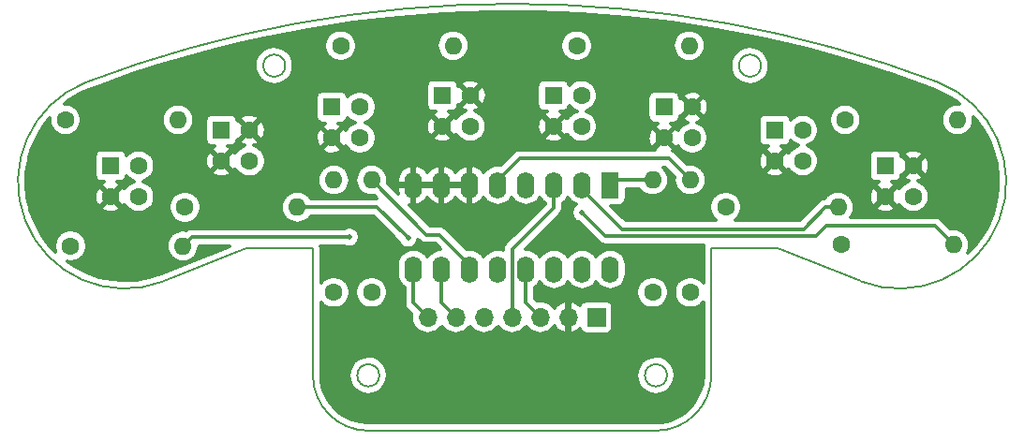
<source format=gbl>
G04 #@! TF.GenerationSoftware,KiCad,Pcbnew,5.0.2-bee76a0~70~ubuntu18.04.1*
G04 #@! TF.CreationDate,2019-09-09T13:29:18+02:00*
G04 #@! TF.ProjectId,Sensors_board,53656e73-6f72-4735-9f62-6f6172642e6b,V2*
G04 #@! TF.SameCoordinates,PX4db9760PY4ead9a0*
G04 #@! TF.FileFunction,Copper,L2,Bot*
G04 #@! TF.FilePolarity,Positive*
%FSLAX46Y46*%
G04 Gerber Fmt 4.6, Leading zero omitted, Abs format (unit mm)*
G04 Created by KiCad (PCBNEW 5.0.2-bee76a0~70~ubuntu18.04.1) date lun 09 sep 2019 13:29:18 CEST*
%MOMM*%
%LPD*%
G01*
G04 APERTURE LIST*
G04 #@! TA.AperFunction,NonConductor*
%ADD10C,0.150000*%
G04 #@! TD*
G04 #@! TA.AperFunction,ComponentPad*
%ADD11R,1.700000X1.700000*%
G04 #@! TD*
G04 #@! TA.AperFunction,ComponentPad*
%ADD12O,1.700000X1.700000*%
G04 #@! TD*
G04 #@! TA.AperFunction,ComponentPad*
%ADD13C,1.600000*%
G04 #@! TD*
G04 #@! TA.AperFunction,ComponentPad*
%ADD14R,1.600000X1.600000*%
G04 #@! TD*
G04 #@! TA.AperFunction,ComponentPad*
%ADD15O,1.600000X1.600000*%
G04 #@! TD*
G04 #@! TA.AperFunction,ComponentPad*
%ADD16R,1.600000X2.400000*%
G04 #@! TD*
G04 #@! TA.AperFunction,ComponentPad*
%ADD17O,1.600000X2.400000*%
G04 #@! TD*
G04 #@! TA.AperFunction,ViaPad*
%ADD18C,0.600000*%
G04 #@! TD*
G04 #@! TA.AperFunction,ViaPad*
%ADD19C,0.500000*%
G04 #@! TD*
G04 #@! TA.AperFunction,Conductor*
%ADD20C,0.500000*%
G04 #@! TD*
G04 #@! TA.AperFunction,Conductor*
%ADD21C,0.304800*%
G04 #@! TD*
G04 APERTURE END LIST*
D10*
X26000000Y16500000D02*
X18500000Y13500000D01*
X26000000Y16500000D02*
X32000000Y16500000D01*
X74000000Y16500000D02*
X68000000Y16500000D01*
X81500000Y13500000D02*
X74000000Y16500000D01*
X68000000Y16500000D02*
X68000000Y5000000D01*
X32000000Y16500000D02*
X32000000Y5000000D01*
X88500000Y31500001D02*
G75*
G03X11500000Y31500000I-38500000J-101000001D01*
G01*
X32000000Y5000000D02*
G75*
G03X37000000Y0I5000000J0D01*
G01*
X68000000Y5000000D02*
G75*
G02X63000000Y0I-5000000J0D01*
G01*
X37000000Y0D02*
X63000000Y0D01*
X64000000Y5000000D02*
G75*
G03X64000000Y5000000I-1000000J0D01*
G01*
X38000000Y5000000D02*
G75*
G03X38000000Y5000000I-1000000J0D01*
G01*
X18500000Y13500000D02*
G75*
G02X11500000Y31500000I-3500000J9000000D01*
G01*
X81500001Y13500000D02*
G75*
G03X88500000Y31500000I3499999J9000000D01*
G01*
X72500000Y33000000D02*
G75*
G03X72500000Y33000000I-1000000J0D01*
G01*
X29500000Y33000000D02*
G75*
G03X29500000Y33000000I-1000000J0D01*
G01*
D11*
G04 #@! TO.P,J1,1*
G04 #@! TO.N,+5V*
X57620000Y10250000D03*
D12*
G04 #@! TO.P,J1,2*
G04 #@! TO.N,GND*
X55080000Y10250000D03*
G04 #@! TO.P,J1,3*
G04 #@! TO.N,LINEA_1*
X52540000Y10250000D03*
G04 #@! TO.P,J1,4*
G04 #@! TO.N,LINEA_2*
X50000000Y10250000D03*
G04 #@! TO.P,J1,5*
G04 #@! TO.N,N/C*
X47460000Y10250000D03*
G04 #@! TO.P,J1,6*
G04 #@! TO.N,LINEA_SEL_1*
X44920000Y10250000D03*
G04 #@! TO.P,J1,7*
G04 #@! TO.N,LINEA_SEL_2*
X42380000Y10250000D03*
G04 #@! TD*
D13*
G04 #@! TO.P,U3,4*
G04 #@! TO.N,GND*
X33730000Y26450000D03*
G04 #@! TO.P,U3,3*
G04 #@! TO.N,SENSOR_3*
X36270000Y26450000D03*
G04 #@! TO.P,U3,2*
G04 #@! TO.N,Net-(R4-Pad1)*
X36270000Y29250000D03*
D14*
G04 #@! TO.P,U3,1*
G04 #@! TO.N,+5V*
X33730000Y29250000D03*
G04 #@! TD*
D13*
G04 #@! TO.P,U6,4*
G04 #@! TO.N,GND*
X63730000Y26450000D03*
G04 #@! TO.P,U6,3*
G04 #@! TO.N,SENSOR_6*
X66270000Y26450000D03*
G04 #@! TO.P,U6,2*
G04 #@! TO.N,GND*
X66270000Y29250000D03*
D14*
G04 #@! TO.P,U6,1*
G04 #@! TO.N,Net-(R7-Pad2)*
X63730000Y29250000D03*
G04 #@! TD*
D13*
G04 #@! TO.P,R7,1*
G04 #@! TO.N,Net-(R7-Pad1)*
X55840000Y34800000D03*
D15*
G04 #@! TO.P,R7,2*
G04 #@! TO.N,Net-(R7-Pad2)*
X66000000Y34800000D03*
G04 #@! TD*
D13*
G04 #@! TO.P,U5,4*
G04 #@! TO.N,GND*
X53730000Y27500000D03*
G04 #@! TO.P,U5,3*
G04 #@! TO.N,SENSOR_5*
X56270000Y27500000D03*
G04 #@! TO.P,U5,2*
G04 #@! TO.N,Net-(R7-Pad1)*
X56270000Y30300000D03*
D14*
G04 #@! TO.P,U5,1*
G04 #@! TO.N,+5V*
X53730000Y30300000D03*
G04 #@! TD*
D13*
G04 #@! TO.P,U4,4*
G04 #@! TO.N,GND*
X43700000Y27500000D03*
G04 #@! TO.P,U4,3*
G04 #@! TO.N,SENSOR_4*
X46240000Y27500000D03*
G04 #@! TO.P,U4,2*
G04 #@! TO.N,GND*
X46240000Y30300000D03*
D14*
G04 #@! TO.P,U4,1*
G04 #@! TO.N,Net-(R4-Pad2)*
X43700000Y30300000D03*
G04 #@! TD*
D13*
G04 #@! TO.P,R4,1*
G04 #@! TO.N,Net-(R4-Pad1)*
X34500000Y34800000D03*
D15*
G04 #@! TO.P,R4,2*
G04 #@! TO.N,Net-(R4-Pad2)*
X44660000Y34800000D03*
G04 #@! TD*
D13*
G04 #@! TO.P,U1,4*
G04 #@! TO.N,GND*
X13730000Y21150000D03*
G04 #@! TO.P,U1,3*
G04 #@! TO.N,SENSOR_1*
X16270000Y21150000D03*
G04 #@! TO.P,U1,2*
G04 #@! TO.N,Net-(R1-Pad1)*
X16270000Y23950000D03*
D14*
G04 #@! TO.P,U1,1*
G04 #@! TO.N,+5V*
X13730000Y23950000D03*
G04 #@! TD*
D13*
G04 #@! TO.P,U2,4*
G04 #@! TO.N,GND*
X23730000Y24370000D03*
G04 #@! TO.P,U2,3*
G04 #@! TO.N,SENSOR_2*
X26270000Y24370000D03*
G04 #@! TO.P,U2,2*
G04 #@! TO.N,GND*
X26270000Y27170000D03*
D14*
G04 #@! TO.P,U2,1*
G04 #@! TO.N,Net-(R1-Pad2)*
X23730000Y27170000D03*
G04 #@! TD*
D13*
G04 #@! TO.P,R1,1*
G04 #@! TO.N,Net-(R1-Pad1)*
X9640000Y28100000D03*
D15*
G04 #@! TO.P,R1,2*
G04 #@! TO.N,Net-(R1-Pad2)*
X19800000Y28100000D03*
G04 #@! TD*
D13*
G04 #@! TO.P,R8,1*
G04 #@! TO.N,+5V*
X62700000Y12500000D03*
D15*
G04 #@! TO.P,R8,2*
G04 #@! TO.N,SENSOR_5*
X62700000Y22660000D03*
G04 #@! TD*
D13*
G04 #@! TO.P,R2,1*
G04 #@! TO.N,+5V*
X10100000Y16700000D03*
D15*
G04 #@! TO.P,R2,2*
G04 #@! TO.N,SENSOR_1*
X20260000Y16700000D03*
G04 #@! TD*
D13*
G04 #@! TO.P,R3,1*
G04 #@! TO.N,+5V*
X20440000Y20200000D03*
D15*
G04 #@! TO.P,R3,2*
G04 #@! TO.N,SENSOR_2*
X30600000Y20200000D03*
G04 #@! TD*
D13*
G04 #@! TO.P,R5,1*
G04 #@! TO.N,+5V*
X33900000Y12500000D03*
D15*
G04 #@! TO.P,R5,2*
G04 #@! TO.N,SENSOR_3*
X33900000Y22660000D03*
G04 #@! TD*
D13*
G04 #@! TO.P,R6,1*
G04 #@! TO.N,+5V*
X37300000Y12500000D03*
D15*
G04 #@! TO.P,R6,2*
G04 #@! TO.N,SENSOR_4*
X37300000Y22660000D03*
G04 #@! TD*
D13*
G04 #@! TO.P,R9,1*
G04 #@! TO.N,+5V*
X66100000Y12500000D03*
D15*
G04 #@! TO.P,R9,2*
G04 #@! TO.N,SENSOR_6*
X66100000Y22660000D03*
G04 #@! TD*
D13*
G04 #@! TO.P,R10,1*
G04 #@! TO.N,Net-(R10-Pad1)*
X80100000Y28100000D03*
D15*
G04 #@! TO.P,R10,2*
G04 #@! TO.N,Net-(R10-Pad2)*
X90260000Y28100000D03*
G04 #@! TD*
D13*
G04 #@! TO.P,R11,1*
G04 #@! TO.N,+5V*
X69300000Y20200000D03*
D15*
G04 #@! TO.P,R11,2*
G04 #@! TO.N,SENSOR_7*
X79460000Y20200000D03*
G04 #@! TD*
D13*
G04 #@! TO.P,R12,1*
G04 #@! TO.N,+5V*
X79740000Y16800000D03*
D15*
G04 #@! TO.P,R12,2*
G04 #@! TO.N,SENSOR_8*
X89900000Y16800000D03*
G04 #@! TD*
D13*
G04 #@! TO.P,U7,4*
G04 #@! TO.N,GND*
X73730000Y24370000D03*
G04 #@! TO.P,U7,3*
G04 #@! TO.N,SENSOR_7*
X76270000Y24370000D03*
G04 #@! TO.P,U7,2*
G04 #@! TO.N,Net-(R10-Pad1)*
X76270000Y27170000D03*
D14*
G04 #@! TO.P,U7,1*
G04 #@! TO.N,+5V*
X73730000Y27170000D03*
G04 #@! TD*
D13*
G04 #@! TO.P,U8,4*
G04 #@! TO.N,GND*
X83730000Y21150000D03*
G04 #@! TO.P,U8,3*
G04 #@! TO.N,SENSOR_8*
X86270000Y21150000D03*
G04 #@! TO.P,U8,2*
G04 #@! TO.N,GND*
X86270000Y23950000D03*
D14*
G04 #@! TO.P,U8,1*
G04 #@! TO.N,Net-(R10-Pad2)*
X83730000Y23950000D03*
G04 #@! TD*
D16*
G04 #@! TO.P,U9,1*
G04 #@! TO.N,SENSOR_5*
X58860000Y22200000D03*
D17*
G04 #@! TO.P,U9,9*
G04 #@! TO.N,LINEA_SEL_2*
X41080000Y14580000D03*
G04 #@! TO.P,U9,2*
G04 #@! TO.N,SENSOR_7*
X56320000Y22200000D03*
G04 #@! TO.P,U9,10*
G04 #@! TO.N,LINEA_SEL_1*
X43620000Y14580000D03*
G04 #@! TO.P,U9,3*
G04 #@! TO.N,LINEA_2*
X53780000Y22200000D03*
G04 #@! TO.P,U9,11*
G04 #@! TO.N,SENSOR_4*
X46160000Y14580000D03*
G04 #@! TO.P,U9,4*
G04 #@! TO.N,SENSOR_8*
X51240000Y22200000D03*
G04 #@! TO.P,U9,12*
G04 #@! TO.N,SENSOR_1*
X48700000Y14580000D03*
G04 #@! TO.P,U9,5*
G04 #@! TO.N,SENSOR_6*
X48700000Y22200000D03*
G04 #@! TO.P,U9,13*
G04 #@! TO.N,LINEA_1*
X51240000Y14580000D03*
G04 #@! TO.P,U9,6*
G04 #@! TO.N,GND*
X46160000Y22200000D03*
G04 #@! TO.P,U9,14*
G04 #@! TO.N,SENSOR_2*
X53780000Y14580000D03*
G04 #@! TO.P,U9,7*
G04 #@! TO.N,GND*
X43620000Y22200000D03*
G04 #@! TO.P,U9,15*
G04 #@! TO.N,SENSOR_3*
X56320000Y14580000D03*
G04 #@! TO.P,U9,8*
G04 #@! TO.N,GND*
X41080000Y22200000D03*
G04 #@! TO.P,U9,16*
G04 #@! TO.N,+5V*
X58860000Y14580000D03*
G04 #@! TD*
D18*
G04 #@! TO.N,GND*
X34100000Y18900000D03*
X37200000Y17700000D03*
X35800000Y15000000D03*
X37500000Y15000000D03*
X55900000Y18000000D03*
X53600000Y18000000D03*
X64400000Y20200000D03*
X63100000Y15700000D03*
X41650000Y5200000D03*
X50150000Y5100000D03*
X57750000Y5000000D03*
D19*
G04 #@! TO.N,SENSOR_1*
X35300000Y17500000D03*
G04 #@! TO.N,SENSOR_2*
X40600000Y17397590D03*
G04 #@! TO.N,SENSOR_8*
X56300000Y19700000D03*
G04 #@! TD*
D20*
G04 #@! TO.N,GND*
X35800000Y15000000D02*
X35800000Y16300000D01*
X35800000Y16300000D02*
X37200000Y17700000D01*
X39100000Y13800000D02*
X37900000Y15000000D01*
X37900000Y15000000D02*
X37500000Y15000000D01*
X41650000Y5200000D02*
X39100000Y7750000D01*
X39100000Y7750000D02*
X39100000Y13800000D01*
X53600000Y18000000D02*
X55900000Y18000000D01*
X59700000Y12300000D02*
X63100000Y15700000D01*
X55100000Y12300000D02*
X59700000Y12300000D01*
X55080000Y12280000D02*
X55100000Y12300000D01*
X55080000Y10250000D02*
X55080000Y12280000D01*
X50150000Y5100000D02*
X41750000Y5100000D01*
X41750000Y5100000D02*
X41650000Y5200000D01*
X55080000Y10250000D02*
X55080000Y7670000D01*
X55080000Y7670000D02*
X57750000Y5000000D01*
D21*
G04 #@! TO.N,LINEA_1*
X51240000Y14580000D02*
X51240000Y11550000D01*
X51240000Y11550000D02*
X52540000Y10250000D01*
G04 #@! TO.N,LINEA_2*
X50000000Y16400000D02*
X53780000Y20180000D01*
X53780000Y20180000D02*
X53780000Y22200000D01*
X50000000Y10250000D02*
X50000000Y16400000D01*
G04 #@! TO.N,LINEA_SEL_1*
X43620000Y14580000D02*
X43620000Y11550000D01*
X43620000Y11550000D02*
X44920000Y10250000D01*
G04 #@! TO.N,SENSOR_1*
X20260000Y16700000D02*
X21059999Y17499999D01*
X21059999Y17499999D02*
X34946447Y17500000D01*
X34946447Y17500000D02*
X35300000Y17500000D01*
G04 #@! TO.N,SENSOR_2*
X40350001Y17647589D02*
X40600000Y17397590D01*
X37797590Y20200000D02*
X40350001Y17647589D01*
X30600000Y20200000D02*
X37797590Y20200000D01*
G04 #@! TO.N,SENSOR_4*
X43440000Y17700000D02*
X42260000Y17700000D01*
X42260000Y17700000D02*
X37300000Y22660000D01*
X46160000Y14580000D02*
X46160000Y14980000D01*
X46160000Y14980000D02*
X43440000Y17700000D01*
G04 #@! TO.N,SENSOR_5*
X62700000Y22660000D02*
X59320000Y22660000D01*
X59320000Y22660000D02*
X58860000Y22200000D01*
G04 #@! TO.N,SENSOR_6*
X64160000Y24600000D02*
X50700000Y24600000D01*
X50700000Y24600000D02*
X48700000Y22600000D01*
X48700000Y22600000D02*
X48700000Y22200000D01*
X66100000Y22660000D02*
X64160000Y24600000D01*
G04 #@! TO.N,LINEA_SEL_2*
X41080000Y14580000D02*
X41080000Y11550000D01*
X41080000Y11550000D02*
X42380000Y10250000D01*
G04 #@! TO.N,SENSOR_7*
X56320000Y21800000D02*
X56320000Y22200000D01*
X59920000Y18200000D02*
X56320000Y21800000D01*
X76328630Y18200000D02*
X59920000Y18200000D01*
X78328630Y20200000D02*
X76328630Y18200000D01*
X79460000Y20200000D02*
X78328630Y20200000D01*
G04 #@! TO.N,SENSOR_8*
X77500000Y17600000D02*
X58400000Y17600000D01*
X58400000Y17600000D02*
X56300000Y19700000D01*
X78400000Y18500000D02*
X77500000Y17600000D01*
X88200000Y18500000D02*
X78400000Y18500000D01*
X89900000Y16800000D02*
X88200000Y18500000D01*
G04 #@! TD*
G04 #@! TO.N,GND*
G36*
X52124143Y37832531D02*
X56242831Y37671878D01*
X60352326Y37353234D01*
X64446534Y36877074D01*
X68519486Y36244092D01*
X72565120Y35455227D01*
X76577486Y34511641D01*
X80550696Y33414719D01*
X84479024Y32166032D01*
X88220083Y30819168D01*
X89263026Y30335038D01*
X90224026Y29729852D01*
X90442860Y29549456D01*
X90331742Y29560400D01*
X90188258Y29560400D01*
X89973712Y29539269D01*
X89698425Y29455762D01*
X89444720Y29320153D01*
X89222345Y29137655D01*
X89039847Y28915280D01*
X88904238Y28661575D01*
X88820731Y28386288D01*
X88792534Y28100000D01*
X88820731Y27813712D01*
X88904238Y27538425D01*
X89039847Y27284720D01*
X89222345Y27062345D01*
X89444720Y26879847D01*
X89698425Y26744238D01*
X89973712Y26660731D01*
X90188258Y26639600D01*
X90331742Y26639600D01*
X90546288Y26660731D01*
X90821575Y26744238D01*
X91075280Y26879847D01*
X91297655Y27062345D01*
X91480153Y27284720D01*
X91615762Y27538425D01*
X91699269Y27813712D01*
X91727466Y28100000D01*
X91701099Y28367708D01*
X91877764Y28179575D01*
X92543687Y27259622D01*
X93087322Y26262504D01*
X93499851Y25204394D01*
X93774588Y24102441D01*
X93907078Y22974522D01*
X93895176Y21838894D01*
X93739072Y20713987D01*
X93441300Y19618043D01*
X93006681Y18568809D01*
X92442268Y17583309D01*
X91757211Y16677517D01*
X91169895Y16077780D01*
X91255762Y16238425D01*
X91339269Y16513712D01*
X91367466Y16800000D01*
X91339269Y17086288D01*
X91255762Y17361575D01*
X91120153Y17615280D01*
X90937655Y17837655D01*
X90715280Y18020153D01*
X90461575Y18155762D01*
X90186288Y18239269D01*
X89971742Y18260400D01*
X89828258Y18260400D01*
X89613712Y18239269D01*
X89611020Y18238452D01*
X88802971Y19046501D01*
X88777517Y19077517D01*
X88653752Y19179088D01*
X88512550Y19254562D01*
X88359337Y19301039D01*
X88239923Y19312800D01*
X88239920Y19312800D01*
X88200000Y19316732D01*
X88160080Y19312800D01*
X80621130Y19312800D01*
X80680153Y19384720D01*
X80815762Y19638425D01*
X80899269Y19913712D01*
X80923531Y20160053D01*
X82883737Y20160053D01*
X82951711Y19905924D01*
X83209373Y19777992D01*
X83487042Y19702786D01*
X83774049Y19683195D01*
X84059362Y19719973D01*
X84332018Y19811706D01*
X84508289Y19905924D01*
X84576263Y20160053D01*
X83730000Y21006316D01*
X82883737Y20160053D01*
X80923531Y20160053D01*
X80927466Y20200000D01*
X80899269Y20486288D01*
X80815762Y20761575D01*
X80680153Y21015280D01*
X80605742Y21105951D01*
X82263195Y21105951D01*
X82299973Y20820638D01*
X82391706Y20547982D01*
X82485924Y20371711D01*
X82740053Y20303737D01*
X83586316Y21150000D01*
X83873684Y21150000D01*
X84719947Y20303737D01*
X84974076Y20371711D01*
X84999463Y20422843D01*
X85135633Y20219049D01*
X85339049Y20015633D01*
X85578241Y19855811D01*
X85844017Y19745723D01*
X86126163Y19689600D01*
X86413837Y19689600D01*
X86695983Y19745723D01*
X86961759Y19855811D01*
X87200951Y20015633D01*
X87404367Y20219049D01*
X87564189Y20458241D01*
X87674277Y20724017D01*
X87730400Y21006163D01*
X87730400Y21293837D01*
X87674277Y21575983D01*
X87564189Y21841759D01*
X87404367Y22080951D01*
X87200951Y22284367D01*
X86961759Y22444189D01*
X86698376Y22553286D01*
X86872018Y22611706D01*
X87048289Y22705924D01*
X87116263Y22960053D01*
X86270000Y23806316D01*
X85423737Y22960053D01*
X85491711Y22705924D01*
X85749373Y22577992D01*
X85841216Y22553117D01*
X85578241Y22444189D01*
X85339049Y22284367D01*
X85135633Y22080951D01*
X85000543Y21878773D01*
X84974076Y21928289D01*
X84719947Y21996263D01*
X83873684Y21150000D01*
X83586316Y21150000D01*
X82740053Y21996263D01*
X82485924Y21928289D01*
X82357992Y21670627D01*
X82282786Y21392958D01*
X82263195Y21105951D01*
X80605742Y21105951D01*
X80497655Y21237655D01*
X80275280Y21420153D01*
X80021575Y21555762D01*
X79746288Y21639269D01*
X79531742Y21660400D01*
X79388258Y21660400D01*
X79173712Y21639269D01*
X78898425Y21555762D01*
X78644720Y21420153D01*
X78422345Y21237655D01*
X78239847Y21015280D01*
X78235733Y21007583D01*
X78169293Y21001039D01*
X78016080Y20954562D01*
X77874878Y20879088D01*
X77751113Y20777517D01*
X77725663Y20746506D01*
X75991958Y19012800D01*
X70151880Y19012800D01*
X70230951Y19065633D01*
X70434367Y19269049D01*
X70594189Y19508241D01*
X70704277Y19774017D01*
X70760400Y20056163D01*
X70760400Y20343837D01*
X70704277Y20625983D01*
X70594189Y20891759D01*
X70434367Y21130951D01*
X70230951Y21334367D01*
X69991759Y21494189D01*
X69725983Y21604277D01*
X69443837Y21660400D01*
X69156163Y21660400D01*
X68874017Y21604277D01*
X68608241Y21494189D01*
X68369049Y21334367D01*
X68165633Y21130951D01*
X68005811Y20891759D01*
X67895723Y20625983D01*
X67839600Y20343837D01*
X67839600Y20056163D01*
X67895723Y19774017D01*
X68005811Y19508241D01*
X68165633Y19269049D01*
X68369049Y19065633D01*
X68448120Y19012800D01*
X60256673Y19012800D01*
X58933068Y20336405D01*
X59660000Y20336405D01*
X59789461Y20349156D01*
X59913947Y20386918D01*
X60028674Y20448241D01*
X60129233Y20530767D01*
X60211759Y20631326D01*
X60273082Y20746053D01*
X60310844Y20870539D01*
X60323595Y21000000D01*
X60323595Y21847200D01*
X61478521Y21847200D01*
X61479847Y21844720D01*
X61662345Y21622345D01*
X61884720Y21439847D01*
X62138425Y21304238D01*
X62413712Y21220731D01*
X62628258Y21199600D01*
X62771742Y21199600D01*
X62986288Y21220731D01*
X63261575Y21304238D01*
X63515280Y21439847D01*
X63737655Y21622345D01*
X63920153Y21844720D01*
X64055762Y22098425D01*
X64139269Y22373712D01*
X64167466Y22660000D01*
X64139269Y22946288D01*
X64055762Y23221575D01*
X63920153Y23475280D01*
X63737655Y23697655D01*
X63628544Y23787200D01*
X63823328Y23787200D01*
X64661548Y22948980D01*
X64660731Y22946288D01*
X64632534Y22660000D01*
X64660731Y22373712D01*
X64744238Y22098425D01*
X64879847Y21844720D01*
X65062345Y21622345D01*
X65284720Y21439847D01*
X65538425Y21304238D01*
X65813712Y21220731D01*
X66028258Y21199600D01*
X66171742Y21199600D01*
X66386288Y21220731D01*
X66661575Y21304238D01*
X66915280Y21439847D01*
X67137655Y21622345D01*
X67320153Y21844720D01*
X67455762Y22098425D01*
X67539269Y22373712D01*
X67567466Y22660000D01*
X67539269Y22946288D01*
X67455762Y23221575D01*
X67371054Y23380053D01*
X72883737Y23380053D01*
X72951711Y23125924D01*
X73209373Y22997992D01*
X73487042Y22922786D01*
X73774049Y22903195D01*
X74059362Y22939973D01*
X74332018Y23031706D01*
X74508289Y23125924D01*
X74576263Y23380053D01*
X73730000Y24226316D01*
X72883737Y23380053D01*
X67371054Y23380053D01*
X67320153Y23475280D01*
X67137655Y23697655D01*
X66915280Y23880153D01*
X66661575Y24015762D01*
X66386288Y24099269D01*
X66171742Y24120400D01*
X66028258Y24120400D01*
X65813712Y24099269D01*
X65811020Y24098452D01*
X65583521Y24325951D01*
X72263195Y24325951D01*
X72299973Y24040638D01*
X72391706Y23767982D01*
X72485924Y23591711D01*
X72740053Y23523737D01*
X73586316Y24370000D01*
X72740053Y25216263D01*
X72485924Y25148289D01*
X72357992Y24890627D01*
X72282786Y24612958D01*
X72263195Y24325951D01*
X65583521Y24325951D01*
X64762972Y25146500D01*
X64737517Y25177517D01*
X64613752Y25279088D01*
X64538603Y25319256D01*
X64576263Y25460053D01*
X63730000Y26306316D01*
X62883737Y25460053D01*
X62896376Y25412800D01*
X50739920Y25412800D01*
X50699999Y25416732D01*
X50660079Y25412800D01*
X50660077Y25412800D01*
X50540663Y25401039D01*
X50387450Y25354562D01*
X50246248Y25279088D01*
X50122483Y25177517D01*
X50097033Y25146506D01*
X48988980Y24038452D01*
X48986288Y24039269D01*
X48700000Y24067466D01*
X48413713Y24039269D01*
X48138426Y23955762D01*
X47884721Y23820153D01*
X47662346Y23637655D01*
X47479847Y23415280D01*
X47428566Y23319340D01*
X47317832Y23495832D01*
X47120816Y23704501D01*
X46886877Y23870724D01*
X46625004Y23988114D01*
X46488253Y24023032D01*
X46261600Y23891309D01*
X46261600Y22301600D01*
X46281600Y22301600D01*
X46281600Y22098400D01*
X46261600Y22098400D01*
X46261600Y20508691D01*
X46488253Y20376968D01*
X46625004Y20411886D01*
X46886877Y20529276D01*
X47120816Y20695499D01*
X47317832Y20904168D01*
X47428566Y21080661D01*
X47479847Y20984721D01*
X47662345Y20762346D01*
X47884720Y20579847D01*
X48138425Y20444238D01*
X48413712Y20360731D01*
X48700000Y20332534D01*
X48986287Y20360731D01*
X49261574Y20444238D01*
X49515279Y20579847D01*
X49737654Y20762345D01*
X49920153Y20984720D01*
X49970000Y21077977D01*
X50019847Y20984721D01*
X50202345Y20762346D01*
X50424720Y20579847D01*
X50678425Y20444238D01*
X50953712Y20360731D01*
X51240000Y20332534D01*
X51526287Y20360731D01*
X51801574Y20444238D01*
X52055279Y20579847D01*
X52277654Y20762345D01*
X52460153Y20984720D01*
X52510000Y21077977D01*
X52559847Y20984721D01*
X52742345Y20762346D01*
X52964720Y20579847D01*
X52967200Y20578521D01*
X52967200Y20516673D01*
X49453495Y17002967D01*
X49422484Y16977517D01*
X49397034Y16946506D01*
X49320912Y16853751D01*
X49245438Y16712549D01*
X49223632Y16640664D01*
X49205491Y16580858D01*
X49198962Y16559336D01*
X49183268Y16400000D01*
X49187201Y16360070D01*
X49187201Y16358323D01*
X48986288Y16419269D01*
X48700000Y16447466D01*
X48413713Y16419269D01*
X48138426Y16335762D01*
X47884721Y16200153D01*
X47662346Y16017655D01*
X47479847Y15795280D01*
X47430000Y15702023D01*
X47380153Y15795280D01*
X47197655Y16017655D01*
X46975280Y16200153D01*
X46721575Y16335762D01*
X46446288Y16419269D01*
X46160000Y16447466D01*
X45873713Y16419269D01*
X45871020Y16418452D01*
X44042971Y18246501D01*
X44017517Y18277517D01*
X43893752Y18379088D01*
X43752550Y18454562D01*
X43599337Y18501039D01*
X43479923Y18512800D01*
X43479920Y18512800D01*
X43440000Y18516732D01*
X43400080Y18512800D01*
X42596673Y18512800D01*
X40725906Y20383566D01*
X40751747Y20376968D01*
X40978400Y20508691D01*
X40978400Y22098400D01*
X41181600Y22098400D01*
X41181600Y20508691D01*
X41408253Y20376968D01*
X41545004Y20411886D01*
X41806877Y20529276D01*
X42040816Y20695499D01*
X42237832Y20904168D01*
X42350000Y21082947D01*
X42462168Y20904168D01*
X42659184Y20695499D01*
X42893123Y20529276D01*
X43154996Y20411886D01*
X43291747Y20376968D01*
X43518400Y20508691D01*
X43518400Y22098400D01*
X43721600Y22098400D01*
X43721600Y20508691D01*
X43948253Y20376968D01*
X44085004Y20411886D01*
X44346877Y20529276D01*
X44580816Y20695499D01*
X44777832Y20904168D01*
X44890000Y21082947D01*
X45002168Y20904168D01*
X45199184Y20695499D01*
X45433123Y20529276D01*
X45694996Y20411886D01*
X45831747Y20376968D01*
X46058400Y20508691D01*
X46058400Y22098400D01*
X43721600Y22098400D01*
X43518400Y22098400D01*
X41181600Y22098400D01*
X40978400Y22098400D01*
X39619600Y22098400D01*
X39619600Y21698400D01*
X39662074Y21447398D01*
X38738452Y22371020D01*
X38739269Y22373712D01*
X38767466Y22660000D01*
X38763369Y22701600D01*
X39619600Y22701600D01*
X39619600Y22301600D01*
X40978400Y22301600D01*
X40978400Y23891309D01*
X41181600Y23891309D01*
X41181600Y22301600D01*
X43518400Y22301600D01*
X43518400Y23891309D01*
X43721600Y23891309D01*
X43721600Y22301600D01*
X46058400Y22301600D01*
X46058400Y23891309D01*
X45831747Y24023032D01*
X45694996Y23988114D01*
X45433123Y23870724D01*
X45199184Y23704501D01*
X45002168Y23495832D01*
X44890000Y23317053D01*
X44777832Y23495832D01*
X44580816Y23704501D01*
X44346877Y23870724D01*
X44085004Y23988114D01*
X43948253Y24023032D01*
X43721600Y23891309D01*
X43518400Y23891309D01*
X43291747Y24023032D01*
X43154996Y23988114D01*
X42893123Y23870724D01*
X42659184Y23704501D01*
X42462168Y23495832D01*
X42350000Y23317053D01*
X42237832Y23495832D01*
X42040816Y23704501D01*
X41806877Y23870724D01*
X41545004Y23988114D01*
X41408253Y24023032D01*
X41181600Y23891309D01*
X40978400Y23891309D01*
X40751747Y24023032D01*
X40614996Y23988114D01*
X40353123Y23870724D01*
X40119184Y23704501D01*
X39922168Y23495832D01*
X39769647Y23252737D01*
X39667482Y22984558D01*
X39619600Y22701600D01*
X38763369Y22701600D01*
X38739269Y22946288D01*
X38655762Y23221575D01*
X38520153Y23475280D01*
X38337655Y23697655D01*
X38115280Y23880153D01*
X37861575Y24015762D01*
X37586288Y24099269D01*
X37371742Y24120400D01*
X37228258Y24120400D01*
X37013712Y24099269D01*
X36738425Y24015762D01*
X36484720Y23880153D01*
X36262345Y23697655D01*
X36079847Y23475280D01*
X35944238Y23221575D01*
X35860731Y22946288D01*
X35832534Y22660000D01*
X35860731Y22373712D01*
X35944238Y22098425D01*
X36079847Y21844720D01*
X36262345Y21622345D01*
X36484720Y21439847D01*
X36738425Y21304238D01*
X37013712Y21220731D01*
X37228258Y21199600D01*
X37371742Y21199600D01*
X37586288Y21220731D01*
X37588980Y21221548D01*
X37794136Y21016392D01*
X37757670Y21012800D01*
X31821479Y21012800D01*
X31820153Y21015280D01*
X31637655Y21237655D01*
X31415280Y21420153D01*
X31161575Y21555762D01*
X30886288Y21639269D01*
X30671742Y21660400D01*
X30528258Y21660400D01*
X30313712Y21639269D01*
X30038425Y21555762D01*
X29784720Y21420153D01*
X29562345Y21237655D01*
X29379847Y21015280D01*
X29244238Y20761575D01*
X29160731Y20486288D01*
X29132534Y20200000D01*
X29160731Y19913712D01*
X29244238Y19638425D01*
X29379847Y19384720D01*
X29562345Y19162345D01*
X29784720Y18979847D01*
X30038425Y18844238D01*
X30313712Y18760731D01*
X30528258Y18739600D01*
X30671742Y18739600D01*
X30886288Y18760731D01*
X31161575Y18844238D01*
X31415280Y18979847D01*
X31637655Y19162345D01*
X31820153Y19384720D01*
X31821479Y19387200D01*
X37460918Y19387200D01*
X39730600Y17117517D01*
X39793214Y16966354D01*
X39892846Y16817244D01*
X40019654Y16690436D01*
X40168764Y16590804D01*
X40334446Y16522176D01*
X40510333Y16487190D01*
X40689667Y16487190D01*
X40865554Y16522176D01*
X41031236Y16590804D01*
X41180346Y16690436D01*
X41307154Y16817244D01*
X41406786Y16966354D01*
X41475414Y17132036D01*
X41509107Y17301420D01*
X41657033Y17153494D01*
X41682483Y17122483D01*
X41713493Y17097034D01*
X41806247Y17020912D01*
X41850919Y16997035D01*
X41947450Y16945438D01*
X42100663Y16898961D01*
X42220077Y16887200D01*
X42220079Y16887200D01*
X42259999Y16883268D01*
X42299920Y16887200D01*
X43103328Y16887200D01*
X43549960Y16440568D01*
X43333713Y16419269D01*
X43058426Y16335762D01*
X42804721Y16200153D01*
X42582346Y16017655D01*
X42399847Y15795280D01*
X42350000Y15702023D01*
X42300153Y15795280D01*
X42117655Y16017655D01*
X41895280Y16200153D01*
X41641575Y16335762D01*
X41366288Y16419269D01*
X41080000Y16447466D01*
X40793713Y16419269D01*
X40518426Y16335762D01*
X40264721Y16200153D01*
X40042346Y16017655D01*
X39859847Y15795280D01*
X39724238Y15541575D01*
X39640731Y15266288D01*
X39619600Y15051742D01*
X39619600Y14108259D01*
X39640731Y13893713D01*
X39724238Y13618426D01*
X39859847Y13364721D01*
X40042345Y13142346D01*
X40264720Y12959847D01*
X40267201Y12958521D01*
X40267201Y11589930D01*
X40263268Y11550000D01*
X40278962Y11390664D01*
X40325438Y11237451D01*
X40400912Y11096249D01*
X40400913Y11096248D01*
X40502484Y10972483D01*
X40533495Y10947033D01*
X40901458Y10579069D01*
X40891454Y10546090D01*
X40862292Y10250000D01*
X40891454Y9953910D01*
X40977821Y9669198D01*
X41118072Y9406807D01*
X41306818Y9176818D01*
X41536807Y8988072D01*
X41799198Y8847821D01*
X42083910Y8761454D01*
X42305800Y8739600D01*
X42454200Y8739600D01*
X42676090Y8761454D01*
X42960802Y8847821D01*
X43223193Y8988072D01*
X43453182Y9176818D01*
X43641928Y9406807D01*
X43650000Y9421909D01*
X43658072Y9406807D01*
X43846818Y9176818D01*
X44076807Y8988072D01*
X44339198Y8847821D01*
X44623910Y8761454D01*
X44845800Y8739600D01*
X44994200Y8739600D01*
X45216090Y8761454D01*
X45500802Y8847821D01*
X45763193Y8988072D01*
X45993182Y9176818D01*
X46181928Y9406807D01*
X46190000Y9421909D01*
X46198072Y9406807D01*
X46386818Y9176818D01*
X46616807Y8988072D01*
X46879198Y8847821D01*
X47163910Y8761454D01*
X47385800Y8739600D01*
X47534200Y8739600D01*
X47756090Y8761454D01*
X48040802Y8847821D01*
X48303193Y8988072D01*
X48533182Y9176818D01*
X48721928Y9406807D01*
X48730000Y9421909D01*
X48738072Y9406807D01*
X48926818Y9176818D01*
X49156807Y8988072D01*
X49419198Y8847821D01*
X49703910Y8761454D01*
X49925800Y8739600D01*
X50074200Y8739600D01*
X50296090Y8761454D01*
X50580802Y8847821D01*
X50843193Y8988072D01*
X51073182Y9176818D01*
X51261928Y9406807D01*
X51270000Y9421909D01*
X51278072Y9406807D01*
X51466818Y9176818D01*
X51696807Y8988072D01*
X51959198Y8847821D01*
X52243910Y8761454D01*
X52465800Y8739600D01*
X52614200Y8739600D01*
X52836090Y8761454D01*
X53120802Y8847821D01*
X53383193Y8988072D01*
X53613182Y9176818D01*
X53801928Y9406807D01*
X53815771Y9432706D01*
X53848172Y9375975D01*
X54042355Y9152451D01*
X54276414Y8971106D01*
X54541355Y8838908D01*
X54743907Y8777468D01*
X54978400Y8908542D01*
X54978400Y10148400D01*
X54958400Y10148400D01*
X54958400Y10351600D01*
X54978400Y10351600D01*
X54978400Y11591458D01*
X55181600Y11591458D01*
X55181600Y10351600D01*
X55201600Y10351600D01*
X55201600Y10148400D01*
X55181600Y10148400D01*
X55181600Y8908542D01*
X55416093Y8777468D01*
X55618645Y8838908D01*
X55883586Y8971106D01*
X56117645Y9152451D01*
X56145315Y9184302D01*
X56156918Y9146053D01*
X56218241Y9031326D01*
X56300767Y8930767D01*
X56401326Y8848241D01*
X56516053Y8786918D01*
X56640539Y8749156D01*
X56770000Y8736405D01*
X58470000Y8736405D01*
X58599461Y8749156D01*
X58723947Y8786918D01*
X58838674Y8848241D01*
X58939233Y8930767D01*
X59021759Y9031326D01*
X59083082Y9146053D01*
X59120844Y9270539D01*
X59133595Y9400000D01*
X59133595Y11100000D01*
X59120844Y11229461D01*
X59083082Y11353947D01*
X59021759Y11468674D01*
X58939233Y11569233D01*
X58838674Y11651759D01*
X58723947Y11713082D01*
X58599461Y11750844D01*
X58470000Y11763595D01*
X56770000Y11763595D01*
X56640539Y11750844D01*
X56516053Y11713082D01*
X56401326Y11651759D01*
X56300767Y11569233D01*
X56218241Y11468674D01*
X56156918Y11353947D01*
X56145315Y11315698D01*
X56117645Y11347549D01*
X55883586Y11528894D01*
X55618645Y11661092D01*
X55416093Y11722532D01*
X55181600Y11591458D01*
X54978400Y11591458D01*
X54743907Y11722532D01*
X54541355Y11661092D01*
X54276414Y11528894D01*
X54042355Y11347549D01*
X53848172Y11124025D01*
X53815771Y11067294D01*
X53801928Y11093193D01*
X53613182Y11323182D01*
X53383193Y11511928D01*
X53120802Y11652179D01*
X52836090Y11738546D01*
X52614200Y11760400D01*
X52465800Y11760400D01*
X52243910Y11738546D01*
X52210931Y11728542D01*
X52052800Y11886672D01*
X52052800Y12643837D01*
X61239600Y12643837D01*
X61239600Y12356163D01*
X61295723Y12074017D01*
X61405811Y11808241D01*
X61565633Y11569049D01*
X61769049Y11365633D01*
X62008241Y11205811D01*
X62274017Y11095723D01*
X62556163Y11039600D01*
X62843837Y11039600D01*
X63125983Y11095723D01*
X63391759Y11205811D01*
X63630951Y11365633D01*
X63834367Y11569049D01*
X63994189Y11808241D01*
X64104277Y12074017D01*
X64160400Y12356163D01*
X64160400Y12643837D01*
X64104277Y12925983D01*
X63994189Y13191759D01*
X63834367Y13430951D01*
X63630951Y13634367D01*
X63391759Y13794189D01*
X63125983Y13904277D01*
X62843837Y13960400D01*
X62556163Y13960400D01*
X62274017Y13904277D01*
X62008241Y13794189D01*
X61769049Y13634367D01*
X61565633Y13430951D01*
X61405811Y13191759D01*
X61295723Y12925983D01*
X61239600Y12643837D01*
X52052800Y12643837D01*
X52052800Y12958522D01*
X52055279Y12959847D01*
X52277654Y13142345D01*
X52460153Y13364720D01*
X52510000Y13457977D01*
X52559847Y13364721D01*
X52742345Y13142346D01*
X52964720Y12959847D01*
X53218425Y12824238D01*
X53493712Y12740731D01*
X53780000Y12712534D01*
X54066287Y12740731D01*
X54341574Y12824238D01*
X54595279Y12959847D01*
X54817654Y13142345D01*
X55000153Y13364720D01*
X55050000Y13457977D01*
X55099847Y13364721D01*
X55282345Y13142346D01*
X55504720Y12959847D01*
X55758425Y12824238D01*
X56033712Y12740731D01*
X56320000Y12712534D01*
X56606287Y12740731D01*
X56881574Y12824238D01*
X57135279Y12959847D01*
X57357654Y13142345D01*
X57540153Y13364720D01*
X57590000Y13457977D01*
X57639847Y13364721D01*
X57822345Y13142346D01*
X58044720Y12959847D01*
X58298425Y12824238D01*
X58573712Y12740731D01*
X58860000Y12712534D01*
X59146287Y12740731D01*
X59421574Y12824238D01*
X59675279Y12959847D01*
X59897654Y13142345D01*
X60080153Y13364720D01*
X60215762Y13618425D01*
X60299269Y13893712D01*
X60320400Y14108258D01*
X60320400Y15051741D01*
X60299269Y15266288D01*
X60215762Y15541575D01*
X60080153Y15795280D01*
X59897655Y16017655D01*
X59675280Y16200153D01*
X59421575Y16335762D01*
X59146288Y16419269D01*
X58860000Y16447466D01*
X58573713Y16419269D01*
X58298426Y16335762D01*
X58044721Y16200153D01*
X57822346Y16017655D01*
X57639847Y15795280D01*
X57590000Y15702023D01*
X57540153Y15795280D01*
X57357655Y16017655D01*
X57135280Y16200153D01*
X56881575Y16335762D01*
X56606288Y16419269D01*
X56320000Y16447466D01*
X56033713Y16419269D01*
X55758426Y16335762D01*
X55504721Y16200153D01*
X55282346Y16017655D01*
X55099847Y15795280D01*
X55050000Y15702023D01*
X55000153Y15795280D01*
X54817655Y16017655D01*
X54595280Y16200153D01*
X54341575Y16335762D01*
X54066288Y16419269D01*
X53780000Y16447466D01*
X53493713Y16419269D01*
X53218426Y16335762D01*
X52964721Y16200153D01*
X52742346Y16017655D01*
X52559847Y15795280D01*
X52510000Y15702023D01*
X52460153Y15795280D01*
X52277655Y16017655D01*
X52055280Y16200153D01*
X51801575Y16335762D01*
X51526288Y16419269D01*
X51240000Y16447466D01*
X51192234Y16442761D01*
X54326507Y19577034D01*
X54357517Y19602483D01*
X54421512Y19680461D01*
X54459088Y19726247D01*
X54492986Y19789667D01*
X54534562Y19867450D01*
X54581039Y20020663D01*
X54592800Y20140077D01*
X54592800Y20140079D01*
X54596732Y20179999D01*
X54592800Y20219920D01*
X54592800Y20578522D01*
X54595279Y20579847D01*
X54817654Y20762345D01*
X55000153Y20984720D01*
X55050000Y21077977D01*
X55099847Y20984721D01*
X55282345Y20762346D01*
X55504720Y20579847D01*
X55758425Y20444238D01*
X55769931Y20440748D01*
X55719654Y20407154D01*
X55592846Y20280346D01*
X55493214Y20131236D01*
X55424586Y19965554D01*
X55389600Y19789667D01*
X55389600Y19610333D01*
X55424586Y19434446D01*
X55493214Y19268764D01*
X55592846Y19119654D01*
X55719654Y18992846D01*
X55868764Y18893214D01*
X56019929Y18830599D01*
X57797028Y17053500D01*
X57822483Y17022483D01*
X57890877Y16966354D01*
X57946247Y16920912D01*
X57993435Y16895690D01*
X58087450Y16845438D01*
X58240663Y16798961D01*
X58360077Y16787200D01*
X58360079Y16787200D01*
X58399999Y16783268D01*
X58439920Y16787200D01*
X67319651Y16787200D01*
X67317292Y16782787D01*
X67275241Y16644164D01*
X67261042Y16500000D01*
X67264600Y16463875D01*
X67264600Y13385703D01*
X67234367Y13430951D01*
X67030951Y13634367D01*
X66791759Y13794189D01*
X66525983Y13904277D01*
X66243837Y13960400D01*
X65956163Y13960400D01*
X65674017Y13904277D01*
X65408241Y13794189D01*
X65169049Y13634367D01*
X64965633Y13430951D01*
X64805811Y13191759D01*
X64695723Y12925983D01*
X64639600Y12643837D01*
X64639600Y12356163D01*
X64695723Y12074017D01*
X64805811Y11808241D01*
X64965633Y11569049D01*
X65169049Y11365633D01*
X65408241Y11205811D01*
X65674017Y11095723D01*
X65956163Y11039600D01*
X66243837Y11039600D01*
X66525983Y11095723D01*
X66791759Y11205811D01*
X67030951Y11365633D01*
X67234367Y11569049D01*
X67264600Y11614297D01*
X67264601Y5032767D01*
X67194323Y4245322D01*
X66994392Y3514496D01*
X66668204Y2830629D01*
X66226069Y2215332D01*
X65681960Y1688054D01*
X65053081Y1265465D01*
X64359303Y960918D01*
X63616900Y782682D01*
X62973036Y735400D01*
X37032756Y735400D01*
X36245322Y805677D01*
X35514496Y1005608D01*
X34830629Y1331796D01*
X34215332Y1773931D01*
X33688054Y2318040D01*
X33265465Y2946919D01*
X32960918Y3640697D01*
X32782682Y4383100D01*
X32739180Y4975491D01*
X35244771Y4975491D01*
X35282960Y4635032D01*
X35386550Y4308474D01*
X35551596Y4008257D01*
X35771811Y3745815D01*
X36038808Y3531144D01*
X36342416Y3372421D01*
X36671071Y3275693D01*
X37012255Y3244643D01*
X37352972Y3280454D01*
X37680245Y3381761D01*
X37981607Y3544707D01*
X38245580Y3763085D01*
X38462110Y4028576D01*
X38622948Y4331069D01*
X38721969Y4659041D01*
X38752996Y4975491D01*
X61244771Y4975491D01*
X61282960Y4635032D01*
X61386550Y4308474D01*
X61551596Y4008257D01*
X61771811Y3745815D01*
X62038808Y3531144D01*
X62342416Y3372421D01*
X62671071Y3275693D01*
X63012255Y3244643D01*
X63352972Y3280454D01*
X63680245Y3381761D01*
X63981607Y3544707D01*
X64245580Y3763085D01*
X64462110Y4028576D01*
X64622948Y4331069D01*
X64721969Y4659041D01*
X64755400Y5000000D01*
X64754716Y5049014D01*
X64711777Y5388906D01*
X64603638Y5713986D01*
X64434416Y6011869D01*
X64210558Y6271211D01*
X63940590Y6482133D01*
X63634796Y6636601D01*
X63304822Y6728732D01*
X62963238Y6755015D01*
X62623054Y6714451D01*
X62297227Y6608583D01*
X61998169Y6441445D01*
X61737271Y6219403D01*
X61524469Y5950915D01*
X61367870Y5646206D01*
X61273439Y5316883D01*
X61244771Y4975491D01*
X38752996Y4975491D01*
X38755400Y5000000D01*
X38754716Y5049014D01*
X38711777Y5388906D01*
X38603638Y5713986D01*
X38434416Y6011869D01*
X38210558Y6271211D01*
X37940590Y6482133D01*
X37634796Y6636601D01*
X37304822Y6728732D01*
X36963238Y6755015D01*
X36623054Y6714451D01*
X36297227Y6608583D01*
X35998169Y6441445D01*
X35737271Y6219403D01*
X35524469Y5950915D01*
X35367870Y5646206D01*
X35273439Y5316883D01*
X35244771Y4975491D01*
X32739180Y4975491D01*
X32735400Y5026964D01*
X32735400Y11614296D01*
X32765633Y11569049D01*
X32969049Y11365633D01*
X33208241Y11205811D01*
X33474017Y11095723D01*
X33756163Y11039600D01*
X34043837Y11039600D01*
X34325983Y11095723D01*
X34591759Y11205811D01*
X34830951Y11365633D01*
X35034367Y11569049D01*
X35194189Y11808241D01*
X35304277Y12074017D01*
X35360400Y12356163D01*
X35360400Y12643837D01*
X35839600Y12643837D01*
X35839600Y12356163D01*
X35895723Y12074017D01*
X36005811Y11808241D01*
X36165633Y11569049D01*
X36369049Y11365633D01*
X36608241Y11205811D01*
X36874017Y11095723D01*
X37156163Y11039600D01*
X37443837Y11039600D01*
X37725983Y11095723D01*
X37991759Y11205811D01*
X38230951Y11365633D01*
X38434367Y11569049D01*
X38594189Y11808241D01*
X38704277Y12074017D01*
X38760400Y12356163D01*
X38760400Y12643837D01*
X38704277Y12925983D01*
X38594189Y13191759D01*
X38434367Y13430951D01*
X38230951Y13634367D01*
X37991759Y13794189D01*
X37725983Y13904277D01*
X37443837Y13960400D01*
X37156163Y13960400D01*
X36874017Y13904277D01*
X36608241Y13794189D01*
X36369049Y13634367D01*
X36165633Y13430951D01*
X36005811Y13191759D01*
X35895723Y12925983D01*
X35839600Y12643837D01*
X35360400Y12643837D01*
X35304277Y12925983D01*
X35194189Y13191759D01*
X35034367Y13430951D01*
X34830951Y13634367D01*
X34591759Y13794189D01*
X34325983Y13904277D01*
X34043837Y13960400D01*
X33756163Y13960400D01*
X33474017Y13904277D01*
X33208241Y13794189D01*
X32969049Y13634367D01*
X32765633Y13430951D01*
X32735400Y13385704D01*
X32735400Y16463875D01*
X32738958Y16500000D01*
X32724759Y16644164D01*
X32711704Y16687201D01*
X34883281Y16687201D01*
X35034446Y16624586D01*
X35210333Y16589600D01*
X35389667Y16589600D01*
X35565554Y16624586D01*
X35731236Y16693214D01*
X35880346Y16792846D01*
X36007154Y16919654D01*
X36106786Y17068764D01*
X36175414Y17234446D01*
X36210400Y17410333D01*
X36210400Y17589667D01*
X36175414Y17765554D01*
X36106786Y17931236D01*
X36007154Y18080346D01*
X35880346Y18207154D01*
X35731236Y18306786D01*
X35565554Y18375414D01*
X35389667Y18410400D01*
X35210333Y18410400D01*
X35034446Y18375414D01*
X34883283Y18312800D01*
X21099929Y18312798D01*
X21059998Y18316731D01*
X20900662Y18301037D01*
X20747449Y18254560D01*
X20606246Y18179087D01*
X20554641Y18136735D01*
X20546288Y18139269D01*
X20331742Y18160400D01*
X20188258Y18160400D01*
X19973712Y18139269D01*
X19698425Y18055762D01*
X19444720Y17920153D01*
X19222345Y17737655D01*
X19039847Y17515280D01*
X18904238Y17261575D01*
X18820731Y16986288D01*
X18792534Y16700000D01*
X18820731Y16413712D01*
X18904238Y16138425D01*
X19039847Y15884720D01*
X19222345Y15662345D01*
X19444720Y15479847D01*
X19698425Y15344238D01*
X19973712Y15260731D01*
X20188258Y15239600D01*
X20331742Y15239600D01*
X20546288Y15260731D01*
X20821575Y15344238D01*
X21075280Y15479847D01*
X21297655Y15662345D01*
X21480153Y15884720D01*
X21615762Y16138425D01*
X21699269Y16413712D01*
X21726205Y16687199D01*
X24487874Y16687199D01*
X18251936Y14192824D01*
X17150400Y13843385D01*
X16033017Y13640311D01*
X14898885Y13580863D01*
X13766408Y13666005D01*
X12653911Y13894358D01*
X11579461Y14262213D01*
X10560450Y14763617D01*
X9791956Y15272263D01*
X9956163Y15239600D01*
X10243837Y15239600D01*
X10525983Y15295723D01*
X10791759Y15405811D01*
X11030951Y15565633D01*
X11234367Y15769049D01*
X11394189Y16008241D01*
X11504277Y16274017D01*
X11560400Y16556163D01*
X11560400Y16843837D01*
X11504277Y17125983D01*
X11394189Y17391759D01*
X11234367Y17630951D01*
X11030951Y17834367D01*
X10791759Y17994189D01*
X10525983Y18104277D01*
X10243837Y18160400D01*
X9956163Y18160400D01*
X9674017Y18104277D01*
X9408241Y17994189D01*
X9169049Y17834367D01*
X8965633Y17630951D01*
X8805811Y17391759D01*
X8695723Y17125983D01*
X8639600Y16843837D01*
X8639600Y16556163D01*
X8695723Y16274017D01*
X8754694Y16131649D01*
X8753706Y16132502D01*
X7995250Y16977800D01*
X7350351Y17912618D01*
X6829462Y18921799D01*
X6441026Y19988990D01*
X6402474Y20160053D01*
X12883737Y20160053D01*
X12951711Y19905924D01*
X13209373Y19777992D01*
X13487042Y19702786D01*
X13774049Y19683195D01*
X14059362Y19719973D01*
X14332018Y19811706D01*
X14508289Y19905924D01*
X14576263Y20160053D01*
X13730000Y21006316D01*
X12883737Y20160053D01*
X6402474Y20160053D01*
X6191341Y21096885D01*
X6190484Y21105951D01*
X12263195Y21105951D01*
X12299973Y20820638D01*
X12391706Y20547982D01*
X12485924Y20371711D01*
X12740053Y20303737D01*
X13586316Y21150000D01*
X12740053Y21996263D01*
X12485924Y21928289D01*
X12357992Y21670627D01*
X12282786Y21392958D01*
X12263195Y21105951D01*
X6190484Y21105951D01*
X6084454Y22227529D01*
X6122097Y23362586D01*
X6303662Y24483660D01*
X6382553Y24750000D01*
X12266405Y24750000D01*
X12266405Y23150000D01*
X12279156Y23020539D01*
X12316918Y22896053D01*
X12378241Y22781326D01*
X12460767Y22680767D01*
X12561326Y22598241D01*
X12676053Y22536918D01*
X12800539Y22499156D01*
X12930000Y22486405D01*
X13124448Y22486405D01*
X12951711Y22394076D01*
X12883737Y22139947D01*
X13730000Y21293684D01*
X14576263Y22139947D01*
X14508289Y22394076D01*
X14322333Y22486405D01*
X14530000Y22486405D01*
X14659461Y22499156D01*
X14783947Y22536918D01*
X14898674Y22598241D01*
X14999233Y22680767D01*
X15081759Y22781326D01*
X15143082Y22896053D01*
X15169975Y22984707D01*
X15339049Y22815633D01*
X15578241Y22655811D01*
X15833691Y22550000D01*
X15578241Y22444189D01*
X15339049Y22284367D01*
X15135633Y22080951D01*
X15000543Y21878773D01*
X14974076Y21928289D01*
X14719947Y21996263D01*
X13873684Y21150000D01*
X14719947Y20303737D01*
X14974076Y20371711D01*
X14999463Y20422843D01*
X15135633Y20219049D01*
X15339049Y20015633D01*
X15578241Y19855811D01*
X15844017Y19745723D01*
X16126163Y19689600D01*
X16413837Y19689600D01*
X16695983Y19745723D01*
X16961759Y19855811D01*
X17200951Y20015633D01*
X17404367Y20219049D01*
X17487747Y20343837D01*
X18979600Y20343837D01*
X18979600Y20056163D01*
X19035723Y19774017D01*
X19145811Y19508241D01*
X19305633Y19269049D01*
X19509049Y19065633D01*
X19748241Y18905811D01*
X20014017Y18795723D01*
X20296163Y18739600D01*
X20583837Y18739600D01*
X20865983Y18795723D01*
X21131759Y18905811D01*
X21370951Y19065633D01*
X21574367Y19269049D01*
X21734189Y19508241D01*
X21844277Y19774017D01*
X21900400Y20056163D01*
X21900400Y20343837D01*
X21844277Y20625983D01*
X21734189Y20891759D01*
X21574367Y21130951D01*
X21370951Y21334367D01*
X21131759Y21494189D01*
X20865983Y21604277D01*
X20583837Y21660400D01*
X20296163Y21660400D01*
X20014017Y21604277D01*
X19748241Y21494189D01*
X19509049Y21334367D01*
X19305633Y21130951D01*
X19145811Y20891759D01*
X19035723Y20625983D01*
X18979600Y20343837D01*
X17487747Y20343837D01*
X17564189Y20458241D01*
X17674277Y20724017D01*
X17730400Y21006163D01*
X17730400Y21293837D01*
X17674277Y21575983D01*
X17564189Y21841759D01*
X17404367Y22080951D01*
X17200951Y22284367D01*
X16961759Y22444189D01*
X16706309Y22550000D01*
X16961759Y22655811D01*
X16968028Y22660000D01*
X32432534Y22660000D01*
X32460731Y22373712D01*
X32544238Y22098425D01*
X32679847Y21844720D01*
X32862345Y21622345D01*
X33084720Y21439847D01*
X33338425Y21304238D01*
X33613712Y21220731D01*
X33828258Y21199600D01*
X33971742Y21199600D01*
X34186288Y21220731D01*
X34461575Y21304238D01*
X34715280Y21439847D01*
X34937655Y21622345D01*
X35120153Y21844720D01*
X35255762Y22098425D01*
X35339269Y22373712D01*
X35367466Y22660000D01*
X35339269Y22946288D01*
X35255762Y23221575D01*
X35120153Y23475280D01*
X34937655Y23697655D01*
X34715280Y23880153D01*
X34461575Y24015762D01*
X34186288Y24099269D01*
X33971742Y24120400D01*
X33828258Y24120400D01*
X33613712Y24099269D01*
X33338425Y24015762D01*
X33084720Y23880153D01*
X32862345Y23697655D01*
X32679847Y23475280D01*
X32544238Y23221575D01*
X32460731Y22946288D01*
X32432534Y22660000D01*
X16968028Y22660000D01*
X17200951Y22815633D01*
X17404367Y23019049D01*
X17564189Y23258241D01*
X17614645Y23380053D01*
X22883737Y23380053D01*
X22951711Y23125924D01*
X23209373Y22997992D01*
X23487042Y22922786D01*
X23774049Y22903195D01*
X24059362Y22939973D01*
X24332018Y23031706D01*
X24508289Y23125924D01*
X24576263Y23380053D01*
X23730000Y24226316D01*
X22883737Y23380053D01*
X17614645Y23380053D01*
X17674277Y23524017D01*
X17730400Y23806163D01*
X17730400Y24093837D01*
X17684230Y24325951D01*
X22263195Y24325951D01*
X22299973Y24040638D01*
X22391706Y23767982D01*
X22485924Y23591711D01*
X22740053Y23523737D01*
X23586316Y24370000D01*
X23873684Y24370000D01*
X24719947Y23523737D01*
X24974076Y23591711D01*
X24999463Y23642843D01*
X25135633Y23439049D01*
X25339049Y23235633D01*
X25578241Y23075811D01*
X25844017Y22965723D01*
X26126163Y22909600D01*
X26413837Y22909600D01*
X26695983Y22965723D01*
X26961759Y23075811D01*
X27200951Y23235633D01*
X27404367Y23439049D01*
X27564189Y23678241D01*
X27674277Y23944017D01*
X27730400Y24226163D01*
X27730400Y24513837D01*
X27674277Y24795983D01*
X27564189Y25061759D01*
X27404367Y25300951D01*
X27245265Y25460053D01*
X32883737Y25460053D01*
X32951711Y25205924D01*
X33209373Y25077992D01*
X33487042Y25002786D01*
X33774049Y24983195D01*
X34059362Y25019973D01*
X34332018Y25111706D01*
X34508289Y25205924D01*
X34576263Y25460053D01*
X33730000Y26306316D01*
X32883737Y25460053D01*
X27245265Y25460053D01*
X27200951Y25504367D01*
X26961759Y25664189D01*
X26698376Y25773286D01*
X26872018Y25831706D01*
X27048289Y25925924D01*
X27116263Y26180053D01*
X26270000Y27026316D01*
X25423737Y26180053D01*
X25491711Y25925924D01*
X25749373Y25797992D01*
X25841216Y25773117D01*
X25578241Y25664189D01*
X25339049Y25504367D01*
X25135633Y25300951D01*
X25000543Y25098773D01*
X24974076Y25148289D01*
X24719947Y25216263D01*
X23873684Y24370000D01*
X23586316Y24370000D01*
X22740053Y25216263D01*
X22485924Y25148289D01*
X22357992Y24890627D01*
X22282786Y24612958D01*
X22263195Y24325951D01*
X17684230Y24325951D01*
X17674277Y24375983D01*
X17564189Y24641759D01*
X17404367Y24880951D01*
X17200951Y25084367D01*
X16961759Y25244189D01*
X16695983Y25354277D01*
X16413837Y25410400D01*
X16126163Y25410400D01*
X15844017Y25354277D01*
X15578241Y25244189D01*
X15339049Y25084367D01*
X15169975Y24915293D01*
X15143082Y25003947D01*
X15081759Y25118674D01*
X14999233Y25219233D01*
X14898674Y25301759D01*
X14783947Y25363082D01*
X14659461Y25400844D01*
X14530000Y25413595D01*
X12930000Y25413595D01*
X12800539Y25400844D01*
X12676053Y25363082D01*
X12561326Y25301759D01*
X12460767Y25219233D01*
X12378241Y25118674D01*
X12316918Y25003947D01*
X12279156Y24879461D01*
X12266405Y24750000D01*
X6382553Y24750000D01*
X6626204Y25572578D01*
X7084496Y26611691D01*
X7671103Y27584141D01*
X8179600Y28225716D01*
X8179600Y27956163D01*
X8235723Y27674017D01*
X8345811Y27408241D01*
X8505633Y27169049D01*
X8709049Y26965633D01*
X8948241Y26805811D01*
X9214017Y26695723D01*
X9496163Y26639600D01*
X9783837Y26639600D01*
X10065983Y26695723D01*
X10331759Y26805811D01*
X10570951Y26965633D01*
X10774367Y27169049D01*
X10934189Y27408241D01*
X11044277Y27674017D01*
X11100400Y27956163D01*
X11100400Y28100000D01*
X18332534Y28100000D01*
X18360731Y27813712D01*
X18444238Y27538425D01*
X18579847Y27284720D01*
X18762345Y27062345D01*
X18984720Y26879847D01*
X19238425Y26744238D01*
X19513712Y26660731D01*
X19728258Y26639600D01*
X19871742Y26639600D01*
X20086288Y26660731D01*
X20361575Y26744238D01*
X20615280Y26879847D01*
X20837655Y27062345D01*
X21020153Y27284720D01*
X21155762Y27538425D01*
X21239269Y27813712D01*
X21254662Y27970000D01*
X22266405Y27970000D01*
X22266405Y26370000D01*
X22279156Y26240539D01*
X22316918Y26116053D01*
X22378241Y26001326D01*
X22460767Y25900767D01*
X22561326Y25818241D01*
X22676053Y25756918D01*
X22800539Y25719156D01*
X22930000Y25706405D01*
X23124448Y25706405D01*
X22951711Y25614076D01*
X22883737Y25359947D01*
X23730000Y24513684D01*
X24576263Y25359947D01*
X24508289Y25614076D01*
X24322333Y25706405D01*
X24530000Y25706405D01*
X24659461Y25719156D01*
X24783947Y25756918D01*
X24898674Y25818241D01*
X24999233Y25900767D01*
X25081759Y26001326D01*
X25143082Y26116053D01*
X25180844Y26240539D01*
X25191375Y26347457D01*
X25280053Y26323737D01*
X26126316Y27170000D01*
X26413684Y27170000D01*
X27259947Y26323737D01*
X27514076Y26391711D01*
X27521146Y26405951D01*
X32263195Y26405951D01*
X32299973Y26120638D01*
X32391706Y25847982D01*
X32485924Y25671711D01*
X32740053Y25603737D01*
X33586316Y26450000D01*
X32740053Y27296263D01*
X32485924Y27228289D01*
X32357992Y26970627D01*
X32282786Y26692958D01*
X32263195Y26405951D01*
X27521146Y26405951D01*
X27642008Y26649373D01*
X27717214Y26927042D01*
X27736805Y27214049D01*
X27700027Y27499362D01*
X27608294Y27772018D01*
X27514076Y27948289D01*
X27259947Y28016263D01*
X26413684Y27170000D01*
X26126316Y27170000D01*
X25280053Y28016263D01*
X25191375Y27992543D01*
X25180844Y28099461D01*
X25162496Y28159947D01*
X25423737Y28159947D01*
X26270000Y27313684D01*
X27116263Y28159947D01*
X27048289Y28414076D01*
X26790627Y28542008D01*
X26512958Y28617214D01*
X26225951Y28636805D01*
X25940638Y28600027D01*
X25667982Y28508294D01*
X25491711Y28414076D01*
X25423737Y28159947D01*
X25162496Y28159947D01*
X25143082Y28223947D01*
X25081759Y28338674D01*
X24999233Y28439233D01*
X24898674Y28521759D01*
X24783947Y28583082D01*
X24659461Y28620844D01*
X24530000Y28633595D01*
X22930000Y28633595D01*
X22800539Y28620844D01*
X22676053Y28583082D01*
X22561326Y28521759D01*
X22460767Y28439233D01*
X22378241Y28338674D01*
X22316918Y28223947D01*
X22279156Y28099461D01*
X22266405Y27970000D01*
X21254662Y27970000D01*
X21267466Y28100000D01*
X21239269Y28386288D01*
X21155762Y28661575D01*
X21020153Y28915280D01*
X20837655Y29137655D01*
X20615280Y29320153D01*
X20361575Y29455762D01*
X20086288Y29539269D01*
X19871742Y29560400D01*
X19728258Y29560400D01*
X19513712Y29539269D01*
X19238425Y29455762D01*
X18984720Y29320153D01*
X18762345Y29137655D01*
X18579847Y28915280D01*
X18444238Y28661575D01*
X18360731Y28386288D01*
X18332534Y28100000D01*
X11100400Y28100000D01*
X11100400Y28243837D01*
X11044277Y28525983D01*
X10934189Y28791759D01*
X10774367Y29030951D01*
X10570951Y29234367D01*
X10331759Y29394189D01*
X10065983Y29504277D01*
X9783837Y29560400D01*
X9578187Y29560400D01*
X10096311Y29950842D01*
X10270150Y30050000D01*
X32266405Y30050000D01*
X32266405Y28450000D01*
X32279156Y28320539D01*
X32316918Y28196053D01*
X32378241Y28081326D01*
X32460767Y27980767D01*
X32561326Y27898241D01*
X32676053Y27836918D01*
X32800539Y27799156D01*
X32930000Y27786405D01*
X33124448Y27786405D01*
X32951711Y27694076D01*
X32883737Y27439947D01*
X33730000Y26593684D01*
X34576263Y27439947D01*
X34508289Y27694076D01*
X34322333Y27786405D01*
X34530000Y27786405D01*
X34659461Y27799156D01*
X34783947Y27836918D01*
X34898674Y27898241D01*
X34999233Y27980767D01*
X35081759Y28081326D01*
X35143082Y28196053D01*
X35169975Y28284707D01*
X35339049Y28115633D01*
X35578241Y27955811D01*
X35833691Y27850000D01*
X35578241Y27744189D01*
X35339049Y27584367D01*
X35135633Y27380951D01*
X35000543Y27178773D01*
X34974076Y27228289D01*
X34719947Y27296263D01*
X33873684Y26450000D01*
X34719947Y25603737D01*
X34974076Y25671711D01*
X34999463Y25722843D01*
X35135633Y25519049D01*
X35339049Y25315633D01*
X35578241Y25155811D01*
X35844017Y25045723D01*
X36126163Y24989600D01*
X36413837Y24989600D01*
X36695983Y25045723D01*
X36961759Y25155811D01*
X37200951Y25315633D01*
X37404367Y25519049D01*
X37564189Y25758241D01*
X37674277Y26024017D01*
X37730400Y26306163D01*
X37730400Y26510053D01*
X42853737Y26510053D01*
X42921711Y26255924D01*
X43179373Y26127992D01*
X43457042Y26052786D01*
X43744049Y26033195D01*
X44029362Y26069973D01*
X44302018Y26161706D01*
X44478289Y26255924D01*
X44546263Y26510053D01*
X43700000Y27356316D01*
X42853737Y26510053D01*
X37730400Y26510053D01*
X37730400Y26593837D01*
X37674277Y26875983D01*
X37564189Y27141759D01*
X37404367Y27380951D01*
X37329367Y27455951D01*
X42233195Y27455951D01*
X42269973Y27170638D01*
X42361706Y26897982D01*
X42455924Y26721711D01*
X42710053Y26653737D01*
X43556316Y27500000D01*
X43843684Y27500000D01*
X44689947Y26653737D01*
X44944076Y26721711D01*
X44969463Y26772843D01*
X45105633Y26569049D01*
X45309049Y26365633D01*
X45548241Y26205811D01*
X45814017Y26095723D01*
X46096163Y26039600D01*
X46383837Y26039600D01*
X46665983Y26095723D01*
X46931759Y26205811D01*
X47170951Y26365633D01*
X47315371Y26510053D01*
X52883737Y26510053D01*
X52951711Y26255924D01*
X53209373Y26127992D01*
X53487042Y26052786D01*
X53774049Y26033195D01*
X54059362Y26069973D01*
X54332018Y26161706D01*
X54508289Y26255924D01*
X54576263Y26510053D01*
X53730000Y27356316D01*
X52883737Y26510053D01*
X47315371Y26510053D01*
X47374367Y26569049D01*
X47534189Y26808241D01*
X47644277Y27074017D01*
X47700400Y27356163D01*
X47700400Y27455951D01*
X52263195Y27455951D01*
X52299973Y27170638D01*
X52391706Y26897982D01*
X52485924Y26721711D01*
X52740053Y26653737D01*
X53586316Y27500000D01*
X52740053Y28346263D01*
X52485924Y28278289D01*
X52357992Y28020627D01*
X52282786Y27742958D01*
X52263195Y27455951D01*
X47700400Y27455951D01*
X47700400Y27643837D01*
X47644277Y27925983D01*
X47534189Y28191759D01*
X47374367Y28430951D01*
X47170951Y28634367D01*
X46931759Y28794189D01*
X46668376Y28903286D01*
X46842018Y28961706D01*
X47018289Y29055924D01*
X47086263Y29310053D01*
X46240000Y30156316D01*
X45393737Y29310053D01*
X45461711Y29055924D01*
X45719373Y28927992D01*
X45811216Y28903117D01*
X45548241Y28794189D01*
X45309049Y28634367D01*
X45105633Y28430951D01*
X44970543Y28228773D01*
X44944076Y28278289D01*
X44689947Y28346263D01*
X43843684Y27500000D01*
X43556316Y27500000D01*
X42710053Y28346263D01*
X42455924Y28278289D01*
X42327992Y28020627D01*
X42252786Y27742958D01*
X42233195Y27455951D01*
X37329367Y27455951D01*
X37200951Y27584367D01*
X36961759Y27744189D01*
X36706309Y27850000D01*
X36961759Y27955811D01*
X37200951Y28115633D01*
X37404367Y28319049D01*
X37564189Y28558241D01*
X37674277Y28824017D01*
X37730400Y29106163D01*
X37730400Y29393837D01*
X37674277Y29675983D01*
X37564189Y29941759D01*
X37404367Y30180951D01*
X37200951Y30384367D01*
X36961759Y30544189D01*
X36695983Y30654277D01*
X36413837Y30710400D01*
X36126163Y30710400D01*
X35844017Y30654277D01*
X35578241Y30544189D01*
X35339049Y30384367D01*
X35169975Y30215293D01*
X35143082Y30303947D01*
X35081759Y30418674D01*
X34999233Y30519233D01*
X34898674Y30601759D01*
X34783947Y30663082D01*
X34659461Y30700844D01*
X34530000Y30713595D01*
X32930000Y30713595D01*
X32800539Y30700844D01*
X32676053Y30663082D01*
X32561326Y30601759D01*
X32460767Y30519233D01*
X32378241Y30418674D01*
X32316918Y30303947D01*
X32279156Y30179461D01*
X32266405Y30050000D01*
X10270150Y30050000D01*
X11089782Y30517519D01*
X11772171Y30816364D01*
X12561458Y31100000D01*
X42236405Y31100000D01*
X42236405Y29500000D01*
X42249156Y29370539D01*
X42286918Y29246053D01*
X42348241Y29131326D01*
X42430767Y29030767D01*
X42531326Y28948241D01*
X42646053Y28886918D01*
X42770539Y28849156D01*
X42900000Y28836405D01*
X43094448Y28836405D01*
X42921711Y28744076D01*
X42853737Y28489947D01*
X43700000Y27643684D01*
X44546263Y28489947D01*
X44478289Y28744076D01*
X44292333Y28836405D01*
X44500000Y28836405D01*
X44629461Y28849156D01*
X44753947Y28886918D01*
X44868674Y28948241D01*
X44969233Y29030767D01*
X45051759Y29131326D01*
X45113082Y29246053D01*
X45150844Y29370539D01*
X45161375Y29477457D01*
X45250053Y29453737D01*
X46096316Y30300000D01*
X46383684Y30300000D01*
X47229947Y29453737D01*
X47484076Y29521711D01*
X47612008Y29779373D01*
X47687214Y30057042D01*
X47706805Y30344049D01*
X47670027Y30629362D01*
X47578294Y30902018D01*
X47484076Y31078289D01*
X47402907Y31100000D01*
X52266405Y31100000D01*
X52266405Y29500000D01*
X52279156Y29370539D01*
X52316918Y29246053D01*
X52378241Y29131326D01*
X52460767Y29030767D01*
X52561326Y28948241D01*
X52676053Y28886918D01*
X52800539Y28849156D01*
X52930000Y28836405D01*
X53124448Y28836405D01*
X52951711Y28744076D01*
X52883737Y28489947D01*
X53730000Y27643684D01*
X54576263Y28489947D01*
X54508289Y28744076D01*
X54322333Y28836405D01*
X54530000Y28836405D01*
X54659461Y28849156D01*
X54783947Y28886918D01*
X54898674Y28948241D01*
X54999233Y29030767D01*
X55081759Y29131326D01*
X55143082Y29246053D01*
X55169975Y29334707D01*
X55339049Y29165633D01*
X55578241Y29005811D01*
X55833691Y28900000D01*
X55578241Y28794189D01*
X55339049Y28634367D01*
X55135633Y28430951D01*
X55000543Y28228773D01*
X54974076Y28278289D01*
X54719947Y28346263D01*
X53873684Y27500000D01*
X54719947Y26653737D01*
X54974076Y26721711D01*
X54999463Y26772843D01*
X55135633Y26569049D01*
X55339049Y26365633D01*
X55578241Y26205811D01*
X55844017Y26095723D01*
X56126163Y26039600D01*
X56413837Y26039600D01*
X56695983Y26095723D01*
X56961759Y26205811D01*
X57200951Y26365633D01*
X57241269Y26405951D01*
X62263195Y26405951D01*
X62299973Y26120638D01*
X62391706Y25847982D01*
X62485924Y25671711D01*
X62740053Y25603737D01*
X63586316Y26450000D01*
X63873684Y26450000D01*
X64719947Y25603737D01*
X64974076Y25671711D01*
X64999463Y25722843D01*
X65135633Y25519049D01*
X65339049Y25315633D01*
X65578241Y25155811D01*
X65844017Y25045723D01*
X66126163Y24989600D01*
X66413837Y24989600D01*
X66695983Y25045723D01*
X66961759Y25155811D01*
X67200951Y25315633D01*
X67404367Y25519049D01*
X67564189Y25758241D01*
X67674277Y26024017D01*
X67730400Y26306163D01*
X67730400Y26593837D01*
X67674277Y26875983D01*
X67564189Y27141759D01*
X67404367Y27380951D01*
X67200951Y27584367D01*
X66961759Y27744189D01*
X66698376Y27853286D01*
X66872018Y27911706D01*
X66981079Y27970000D01*
X72266405Y27970000D01*
X72266405Y26370000D01*
X72279156Y26240539D01*
X72316918Y26116053D01*
X72378241Y26001326D01*
X72460767Y25900767D01*
X72561326Y25818241D01*
X72676053Y25756918D01*
X72800539Y25719156D01*
X72930000Y25706405D01*
X73124448Y25706405D01*
X72951711Y25614076D01*
X72883737Y25359947D01*
X73730000Y24513684D01*
X74576263Y25359947D01*
X74508289Y25614076D01*
X74322333Y25706405D01*
X74530000Y25706405D01*
X74659461Y25719156D01*
X74783947Y25756918D01*
X74898674Y25818241D01*
X74999233Y25900767D01*
X75081759Y26001326D01*
X75143082Y26116053D01*
X75169975Y26204707D01*
X75339049Y26035633D01*
X75578241Y25875811D01*
X75833691Y25770000D01*
X75578241Y25664189D01*
X75339049Y25504367D01*
X75135633Y25300951D01*
X75000543Y25098773D01*
X74974076Y25148289D01*
X74719947Y25216263D01*
X73873684Y24370000D01*
X74719947Y23523737D01*
X74974076Y23591711D01*
X74999463Y23642843D01*
X75135633Y23439049D01*
X75339049Y23235633D01*
X75578241Y23075811D01*
X75844017Y22965723D01*
X76126163Y22909600D01*
X76413837Y22909600D01*
X76695983Y22965723D01*
X76961759Y23075811D01*
X77200951Y23235633D01*
X77404367Y23439049D01*
X77564189Y23678241D01*
X77674277Y23944017D01*
X77730400Y24226163D01*
X77730400Y24513837D01*
X77683424Y24750000D01*
X82266405Y24750000D01*
X82266405Y23150000D01*
X82279156Y23020539D01*
X82316918Y22896053D01*
X82378241Y22781326D01*
X82460767Y22680767D01*
X82561326Y22598241D01*
X82676053Y22536918D01*
X82800539Y22499156D01*
X82930000Y22486405D01*
X83124448Y22486405D01*
X82951711Y22394076D01*
X82883737Y22139947D01*
X83730000Y21293684D01*
X84576263Y22139947D01*
X84508289Y22394076D01*
X84322333Y22486405D01*
X84530000Y22486405D01*
X84659461Y22499156D01*
X84783947Y22536918D01*
X84898674Y22598241D01*
X84999233Y22680767D01*
X85081759Y22781326D01*
X85143082Y22896053D01*
X85180844Y23020539D01*
X85191375Y23127457D01*
X85280053Y23103737D01*
X86126316Y23950000D01*
X86413684Y23950000D01*
X87259947Y23103737D01*
X87514076Y23171711D01*
X87642008Y23429373D01*
X87717214Y23707042D01*
X87736805Y23994049D01*
X87700027Y24279362D01*
X87608294Y24552018D01*
X87514076Y24728289D01*
X87259947Y24796263D01*
X86413684Y23950000D01*
X86126316Y23950000D01*
X85280053Y24796263D01*
X85191375Y24772543D01*
X85180844Y24879461D01*
X85162496Y24939947D01*
X85423737Y24939947D01*
X86270000Y24093684D01*
X87116263Y24939947D01*
X87048289Y25194076D01*
X86790627Y25322008D01*
X86512958Y25397214D01*
X86225951Y25416805D01*
X85940638Y25380027D01*
X85667982Y25288294D01*
X85491711Y25194076D01*
X85423737Y24939947D01*
X85162496Y24939947D01*
X85143082Y25003947D01*
X85081759Y25118674D01*
X84999233Y25219233D01*
X84898674Y25301759D01*
X84783947Y25363082D01*
X84659461Y25400844D01*
X84530000Y25413595D01*
X82930000Y25413595D01*
X82800539Y25400844D01*
X82676053Y25363082D01*
X82561326Y25301759D01*
X82460767Y25219233D01*
X82378241Y25118674D01*
X82316918Y25003947D01*
X82279156Y24879461D01*
X82266405Y24750000D01*
X77683424Y24750000D01*
X77674277Y24795983D01*
X77564189Y25061759D01*
X77404367Y25300951D01*
X77200951Y25504367D01*
X76961759Y25664189D01*
X76706309Y25770000D01*
X76961759Y25875811D01*
X77200951Y26035633D01*
X77404367Y26239049D01*
X77564189Y26478241D01*
X77674277Y26744017D01*
X77730400Y27026163D01*
X77730400Y27313837D01*
X77674277Y27595983D01*
X77564189Y27861759D01*
X77404367Y28100951D01*
X77261481Y28243837D01*
X78639600Y28243837D01*
X78639600Y27956163D01*
X78695723Y27674017D01*
X78805811Y27408241D01*
X78965633Y27169049D01*
X79169049Y26965633D01*
X79408241Y26805811D01*
X79674017Y26695723D01*
X79956163Y26639600D01*
X80243837Y26639600D01*
X80525983Y26695723D01*
X80791759Y26805811D01*
X81030951Y26965633D01*
X81234367Y27169049D01*
X81394189Y27408241D01*
X81504277Y27674017D01*
X81560400Y27956163D01*
X81560400Y28243837D01*
X81504277Y28525983D01*
X81394189Y28791759D01*
X81234367Y29030951D01*
X81030951Y29234367D01*
X80791759Y29394189D01*
X80525983Y29504277D01*
X80243837Y29560400D01*
X79956163Y29560400D01*
X79674017Y29504277D01*
X79408241Y29394189D01*
X79169049Y29234367D01*
X78965633Y29030951D01*
X78805811Y28791759D01*
X78695723Y28525983D01*
X78639600Y28243837D01*
X77261481Y28243837D01*
X77200951Y28304367D01*
X76961759Y28464189D01*
X76695983Y28574277D01*
X76413837Y28630400D01*
X76126163Y28630400D01*
X75844017Y28574277D01*
X75578241Y28464189D01*
X75339049Y28304367D01*
X75169975Y28135293D01*
X75143082Y28223947D01*
X75081759Y28338674D01*
X74999233Y28439233D01*
X74898674Y28521759D01*
X74783947Y28583082D01*
X74659461Y28620844D01*
X74530000Y28633595D01*
X72930000Y28633595D01*
X72800539Y28620844D01*
X72676053Y28583082D01*
X72561326Y28521759D01*
X72460767Y28439233D01*
X72378241Y28338674D01*
X72316918Y28223947D01*
X72279156Y28099461D01*
X72266405Y27970000D01*
X66981079Y27970000D01*
X67048289Y28005924D01*
X67116263Y28260053D01*
X66270000Y29106316D01*
X65423737Y28260053D01*
X65491711Y28005924D01*
X65749373Y27877992D01*
X65841216Y27853117D01*
X65578241Y27744189D01*
X65339049Y27584367D01*
X65135633Y27380951D01*
X65000543Y27178773D01*
X64974076Y27228289D01*
X64719947Y27296263D01*
X63873684Y26450000D01*
X63586316Y26450000D01*
X62740053Y27296263D01*
X62485924Y27228289D01*
X62357992Y26970627D01*
X62282786Y26692958D01*
X62263195Y26405951D01*
X57241269Y26405951D01*
X57404367Y26569049D01*
X57564189Y26808241D01*
X57674277Y27074017D01*
X57730400Y27356163D01*
X57730400Y27643837D01*
X57674277Y27925983D01*
X57564189Y28191759D01*
X57404367Y28430951D01*
X57200951Y28634367D01*
X56961759Y28794189D01*
X56706309Y28900000D01*
X56961759Y29005811D01*
X57200951Y29165633D01*
X57404367Y29369049D01*
X57564189Y29608241D01*
X57674277Y29874017D01*
X57709282Y30050000D01*
X62266405Y30050000D01*
X62266405Y28450000D01*
X62279156Y28320539D01*
X62316918Y28196053D01*
X62378241Y28081326D01*
X62460767Y27980767D01*
X62561326Y27898241D01*
X62676053Y27836918D01*
X62800539Y27799156D01*
X62930000Y27786405D01*
X63124448Y27786405D01*
X62951711Y27694076D01*
X62883737Y27439947D01*
X63730000Y26593684D01*
X64576263Y27439947D01*
X64508289Y27694076D01*
X64322333Y27786405D01*
X64530000Y27786405D01*
X64659461Y27799156D01*
X64783947Y27836918D01*
X64898674Y27898241D01*
X64999233Y27980767D01*
X65081759Y28081326D01*
X65143082Y28196053D01*
X65180844Y28320539D01*
X65191375Y28427457D01*
X65280053Y28403737D01*
X66126316Y29250000D01*
X66413684Y29250000D01*
X67259947Y28403737D01*
X67514076Y28471711D01*
X67642008Y28729373D01*
X67717214Y29007042D01*
X67736805Y29294049D01*
X67700027Y29579362D01*
X67608294Y29852018D01*
X67514076Y30028289D01*
X67259947Y30096263D01*
X66413684Y29250000D01*
X66126316Y29250000D01*
X65280053Y30096263D01*
X65191375Y30072543D01*
X65180844Y30179461D01*
X65162496Y30239947D01*
X65423737Y30239947D01*
X66270000Y29393684D01*
X67116263Y30239947D01*
X67048289Y30494076D01*
X66790627Y30622008D01*
X66512958Y30697214D01*
X66225951Y30716805D01*
X65940638Y30680027D01*
X65667982Y30588294D01*
X65491711Y30494076D01*
X65423737Y30239947D01*
X65162496Y30239947D01*
X65143082Y30303947D01*
X65081759Y30418674D01*
X64999233Y30519233D01*
X64898674Y30601759D01*
X64783947Y30663082D01*
X64659461Y30700844D01*
X64530000Y30713595D01*
X62930000Y30713595D01*
X62800539Y30700844D01*
X62676053Y30663082D01*
X62561326Y30601759D01*
X62460767Y30519233D01*
X62378241Y30418674D01*
X62316918Y30303947D01*
X62279156Y30179461D01*
X62266405Y30050000D01*
X57709282Y30050000D01*
X57730400Y30156163D01*
X57730400Y30443837D01*
X57674277Y30725983D01*
X57564189Y30991759D01*
X57404367Y31230951D01*
X57200951Y31434367D01*
X56961759Y31594189D01*
X56695983Y31704277D01*
X56413837Y31760400D01*
X56126163Y31760400D01*
X55844017Y31704277D01*
X55578241Y31594189D01*
X55339049Y31434367D01*
X55169975Y31265293D01*
X55143082Y31353947D01*
X55081759Y31468674D01*
X54999233Y31569233D01*
X54898674Y31651759D01*
X54783947Y31713082D01*
X54659461Y31750844D01*
X54530000Y31763595D01*
X52930000Y31763595D01*
X52800539Y31750844D01*
X52676053Y31713082D01*
X52561326Y31651759D01*
X52460767Y31569233D01*
X52378241Y31468674D01*
X52316918Y31353947D01*
X52279156Y31229461D01*
X52266405Y31100000D01*
X47402907Y31100000D01*
X47229947Y31146263D01*
X46383684Y30300000D01*
X46096316Y30300000D01*
X45250053Y31146263D01*
X45161375Y31122543D01*
X45150844Y31229461D01*
X45132496Y31289947D01*
X45393737Y31289947D01*
X46240000Y30443684D01*
X47086263Y31289947D01*
X47018289Y31544076D01*
X46760627Y31672008D01*
X46482958Y31747214D01*
X46195951Y31766805D01*
X45910638Y31730027D01*
X45637982Y31638294D01*
X45461711Y31544076D01*
X45393737Y31289947D01*
X45132496Y31289947D01*
X45113082Y31353947D01*
X45051759Y31468674D01*
X44969233Y31569233D01*
X44868674Y31651759D01*
X44753947Y31713082D01*
X44629461Y31750844D01*
X44500000Y31763595D01*
X42900000Y31763595D01*
X42770539Y31750844D01*
X42646053Y31713082D01*
X42531326Y31651759D01*
X42430767Y31569233D01*
X42348241Y31468674D01*
X42286918Y31353947D01*
X42249156Y31229461D01*
X42236405Y31100000D01*
X12561458Y31100000D01*
X15640954Y32206638D01*
X18069645Y32975491D01*
X26744771Y32975491D01*
X26782960Y32635032D01*
X26886550Y32308474D01*
X27051596Y32008257D01*
X27271811Y31745815D01*
X27538808Y31531144D01*
X27842416Y31372421D01*
X28171071Y31275693D01*
X28512255Y31244643D01*
X28852972Y31280454D01*
X29180245Y31381761D01*
X29481607Y31544707D01*
X29745580Y31763085D01*
X29962110Y32028576D01*
X30122948Y32331069D01*
X30221969Y32659041D01*
X30252996Y32975491D01*
X69744771Y32975491D01*
X69782960Y32635032D01*
X69886550Y32308474D01*
X70051596Y32008257D01*
X70271811Y31745815D01*
X70538808Y31531144D01*
X70842416Y31372421D01*
X71171071Y31275693D01*
X71512255Y31244643D01*
X71852972Y31280454D01*
X72180245Y31381761D01*
X72481607Y31544707D01*
X72745580Y31763085D01*
X72962110Y32028576D01*
X73122948Y32331069D01*
X73221969Y32659041D01*
X73255400Y33000000D01*
X73254716Y33049014D01*
X73211777Y33388906D01*
X73103638Y33713986D01*
X72934416Y34011869D01*
X72710558Y34271211D01*
X72440590Y34482133D01*
X72134796Y34636601D01*
X71804822Y34728732D01*
X71463238Y34755015D01*
X71123054Y34714451D01*
X70797227Y34608583D01*
X70498169Y34441445D01*
X70237271Y34219403D01*
X70024469Y33950915D01*
X69867870Y33646206D01*
X69773439Y33316883D01*
X69744771Y32975491D01*
X30252996Y32975491D01*
X30255400Y33000000D01*
X30254716Y33049014D01*
X30211777Y33388906D01*
X30103638Y33713986D01*
X29934416Y34011869D01*
X29710558Y34271211D01*
X29440590Y34482133D01*
X29134796Y34636601D01*
X28804822Y34728732D01*
X28463238Y34755015D01*
X28123054Y34714451D01*
X27797227Y34608583D01*
X27498169Y34441445D01*
X27237271Y34219403D01*
X27024469Y33950915D01*
X26867870Y33646206D01*
X26773439Y33316883D01*
X26744771Y32975491D01*
X18069645Y32975491D01*
X19570567Y33450639D01*
X23545059Y34542878D01*
X25259098Y34943837D01*
X33039600Y34943837D01*
X33039600Y34656163D01*
X33095723Y34374017D01*
X33205811Y34108241D01*
X33365633Y33869049D01*
X33569049Y33665633D01*
X33808241Y33505811D01*
X34074017Y33395723D01*
X34356163Y33339600D01*
X34643837Y33339600D01*
X34925983Y33395723D01*
X35191759Y33505811D01*
X35430951Y33665633D01*
X35634367Y33869049D01*
X35794189Y34108241D01*
X35904277Y34374017D01*
X35960400Y34656163D01*
X35960400Y34800000D01*
X43192534Y34800000D01*
X43220731Y34513712D01*
X43304238Y34238425D01*
X43439847Y33984720D01*
X43622345Y33762345D01*
X43844720Y33579847D01*
X44098425Y33444238D01*
X44373712Y33360731D01*
X44588258Y33339600D01*
X44731742Y33339600D01*
X44946288Y33360731D01*
X45221575Y33444238D01*
X45475280Y33579847D01*
X45697655Y33762345D01*
X45880153Y33984720D01*
X46015762Y34238425D01*
X46099269Y34513712D01*
X46127466Y34800000D01*
X46113300Y34943837D01*
X54379600Y34943837D01*
X54379600Y34656163D01*
X54435723Y34374017D01*
X54545811Y34108241D01*
X54705633Y33869049D01*
X54909049Y33665633D01*
X55148241Y33505811D01*
X55414017Y33395723D01*
X55696163Y33339600D01*
X55983837Y33339600D01*
X56265983Y33395723D01*
X56531759Y33505811D01*
X56770951Y33665633D01*
X56974367Y33869049D01*
X57134189Y34108241D01*
X57244277Y34374017D01*
X57300400Y34656163D01*
X57300400Y34800000D01*
X64532534Y34800000D01*
X64560731Y34513712D01*
X64644238Y34238425D01*
X64779847Y33984720D01*
X64962345Y33762345D01*
X65184720Y33579847D01*
X65438425Y33444238D01*
X65713712Y33360731D01*
X65928258Y33339600D01*
X66071742Y33339600D01*
X66286288Y33360731D01*
X66561575Y33444238D01*
X66815280Y33579847D01*
X67037655Y33762345D01*
X67220153Y33984720D01*
X67355762Y34238425D01*
X67439269Y34513712D01*
X67467466Y34800000D01*
X67439269Y35086288D01*
X67355762Y35361575D01*
X67220153Y35615280D01*
X67037655Y35837655D01*
X66815280Y36020153D01*
X66561575Y36155762D01*
X66286288Y36239269D01*
X66071742Y36260400D01*
X65928258Y36260400D01*
X65713712Y36239269D01*
X65438425Y36155762D01*
X65184720Y36020153D01*
X64962345Y35837655D01*
X64779847Y35615280D01*
X64644238Y35361575D01*
X64560731Y35086288D01*
X64532534Y34800000D01*
X57300400Y34800000D01*
X57300400Y34943837D01*
X57244277Y35225983D01*
X57134189Y35491759D01*
X56974367Y35730951D01*
X56770951Y35934367D01*
X56531759Y36094189D01*
X56265983Y36204277D01*
X55983837Y36260400D01*
X55696163Y36260400D01*
X55414017Y36204277D01*
X55148241Y36094189D01*
X54909049Y35934367D01*
X54705633Y35730951D01*
X54545811Y35491759D01*
X54435723Y35225983D01*
X54379600Y34943837D01*
X46113300Y34943837D01*
X46099269Y35086288D01*
X46015762Y35361575D01*
X45880153Y35615280D01*
X45697655Y35837655D01*
X45475280Y36020153D01*
X45221575Y36155762D01*
X44946288Y36239269D01*
X44731742Y36260400D01*
X44588258Y36260400D01*
X44373712Y36239269D01*
X44098425Y36155762D01*
X43844720Y36020153D01*
X43622345Y35837655D01*
X43439847Y35615280D01*
X43304238Y35361575D01*
X43220731Y35086288D01*
X43192534Y34800000D01*
X35960400Y34800000D01*
X35960400Y34943837D01*
X35904277Y35225983D01*
X35794189Y35491759D01*
X35634367Y35730951D01*
X35430951Y35934367D01*
X35191759Y36094189D01*
X34925983Y36204277D01*
X34643837Y36260400D01*
X34356163Y36260400D01*
X34074017Y36204277D01*
X33808241Y36094189D01*
X33569049Y35934367D01*
X33365633Y35730951D01*
X33205811Y35491759D01*
X33095723Y35225983D01*
X33039600Y34943837D01*
X25259098Y34943837D01*
X27558548Y35481739D01*
X31605099Y36265836D01*
X35678767Y36894016D01*
X39773553Y37365354D01*
X43883444Y37679158D01*
X48002293Y37834960D01*
X52124143Y37832531D01*
X52124143Y37832531D01*
G37*
X52124143Y37832531D02*
X56242831Y37671878D01*
X60352326Y37353234D01*
X64446534Y36877074D01*
X68519486Y36244092D01*
X72565120Y35455227D01*
X76577486Y34511641D01*
X80550696Y33414719D01*
X84479024Y32166032D01*
X88220083Y30819168D01*
X89263026Y30335038D01*
X90224026Y29729852D01*
X90442860Y29549456D01*
X90331742Y29560400D01*
X90188258Y29560400D01*
X89973712Y29539269D01*
X89698425Y29455762D01*
X89444720Y29320153D01*
X89222345Y29137655D01*
X89039847Y28915280D01*
X88904238Y28661575D01*
X88820731Y28386288D01*
X88792534Y28100000D01*
X88820731Y27813712D01*
X88904238Y27538425D01*
X89039847Y27284720D01*
X89222345Y27062345D01*
X89444720Y26879847D01*
X89698425Y26744238D01*
X89973712Y26660731D01*
X90188258Y26639600D01*
X90331742Y26639600D01*
X90546288Y26660731D01*
X90821575Y26744238D01*
X91075280Y26879847D01*
X91297655Y27062345D01*
X91480153Y27284720D01*
X91615762Y27538425D01*
X91699269Y27813712D01*
X91727466Y28100000D01*
X91701099Y28367708D01*
X91877764Y28179575D01*
X92543687Y27259622D01*
X93087322Y26262504D01*
X93499851Y25204394D01*
X93774588Y24102441D01*
X93907078Y22974522D01*
X93895176Y21838894D01*
X93739072Y20713987D01*
X93441300Y19618043D01*
X93006681Y18568809D01*
X92442268Y17583309D01*
X91757211Y16677517D01*
X91169895Y16077780D01*
X91255762Y16238425D01*
X91339269Y16513712D01*
X91367466Y16800000D01*
X91339269Y17086288D01*
X91255762Y17361575D01*
X91120153Y17615280D01*
X90937655Y17837655D01*
X90715280Y18020153D01*
X90461575Y18155762D01*
X90186288Y18239269D01*
X89971742Y18260400D01*
X89828258Y18260400D01*
X89613712Y18239269D01*
X89611020Y18238452D01*
X88802971Y19046501D01*
X88777517Y19077517D01*
X88653752Y19179088D01*
X88512550Y19254562D01*
X88359337Y19301039D01*
X88239923Y19312800D01*
X88239920Y19312800D01*
X88200000Y19316732D01*
X88160080Y19312800D01*
X80621130Y19312800D01*
X80680153Y19384720D01*
X80815762Y19638425D01*
X80899269Y19913712D01*
X80923531Y20160053D01*
X82883737Y20160053D01*
X82951711Y19905924D01*
X83209373Y19777992D01*
X83487042Y19702786D01*
X83774049Y19683195D01*
X84059362Y19719973D01*
X84332018Y19811706D01*
X84508289Y19905924D01*
X84576263Y20160053D01*
X83730000Y21006316D01*
X82883737Y20160053D01*
X80923531Y20160053D01*
X80927466Y20200000D01*
X80899269Y20486288D01*
X80815762Y20761575D01*
X80680153Y21015280D01*
X80605742Y21105951D01*
X82263195Y21105951D01*
X82299973Y20820638D01*
X82391706Y20547982D01*
X82485924Y20371711D01*
X82740053Y20303737D01*
X83586316Y21150000D01*
X83873684Y21150000D01*
X84719947Y20303737D01*
X84974076Y20371711D01*
X84999463Y20422843D01*
X85135633Y20219049D01*
X85339049Y20015633D01*
X85578241Y19855811D01*
X85844017Y19745723D01*
X86126163Y19689600D01*
X86413837Y19689600D01*
X86695983Y19745723D01*
X86961759Y19855811D01*
X87200951Y20015633D01*
X87404367Y20219049D01*
X87564189Y20458241D01*
X87674277Y20724017D01*
X87730400Y21006163D01*
X87730400Y21293837D01*
X87674277Y21575983D01*
X87564189Y21841759D01*
X87404367Y22080951D01*
X87200951Y22284367D01*
X86961759Y22444189D01*
X86698376Y22553286D01*
X86872018Y22611706D01*
X87048289Y22705924D01*
X87116263Y22960053D01*
X86270000Y23806316D01*
X85423737Y22960053D01*
X85491711Y22705924D01*
X85749373Y22577992D01*
X85841216Y22553117D01*
X85578241Y22444189D01*
X85339049Y22284367D01*
X85135633Y22080951D01*
X85000543Y21878773D01*
X84974076Y21928289D01*
X84719947Y21996263D01*
X83873684Y21150000D01*
X83586316Y21150000D01*
X82740053Y21996263D01*
X82485924Y21928289D01*
X82357992Y21670627D01*
X82282786Y21392958D01*
X82263195Y21105951D01*
X80605742Y21105951D01*
X80497655Y21237655D01*
X80275280Y21420153D01*
X80021575Y21555762D01*
X79746288Y21639269D01*
X79531742Y21660400D01*
X79388258Y21660400D01*
X79173712Y21639269D01*
X78898425Y21555762D01*
X78644720Y21420153D01*
X78422345Y21237655D01*
X78239847Y21015280D01*
X78235733Y21007583D01*
X78169293Y21001039D01*
X78016080Y20954562D01*
X77874878Y20879088D01*
X77751113Y20777517D01*
X77725663Y20746506D01*
X75991958Y19012800D01*
X70151880Y19012800D01*
X70230951Y19065633D01*
X70434367Y19269049D01*
X70594189Y19508241D01*
X70704277Y19774017D01*
X70760400Y20056163D01*
X70760400Y20343837D01*
X70704277Y20625983D01*
X70594189Y20891759D01*
X70434367Y21130951D01*
X70230951Y21334367D01*
X69991759Y21494189D01*
X69725983Y21604277D01*
X69443837Y21660400D01*
X69156163Y21660400D01*
X68874017Y21604277D01*
X68608241Y21494189D01*
X68369049Y21334367D01*
X68165633Y21130951D01*
X68005811Y20891759D01*
X67895723Y20625983D01*
X67839600Y20343837D01*
X67839600Y20056163D01*
X67895723Y19774017D01*
X68005811Y19508241D01*
X68165633Y19269049D01*
X68369049Y19065633D01*
X68448120Y19012800D01*
X60256673Y19012800D01*
X58933068Y20336405D01*
X59660000Y20336405D01*
X59789461Y20349156D01*
X59913947Y20386918D01*
X60028674Y20448241D01*
X60129233Y20530767D01*
X60211759Y20631326D01*
X60273082Y20746053D01*
X60310844Y20870539D01*
X60323595Y21000000D01*
X60323595Y21847200D01*
X61478521Y21847200D01*
X61479847Y21844720D01*
X61662345Y21622345D01*
X61884720Y21439847D01*
X62138425Y21304238D01*
X62413712Y21220731D01*
X62628258Y21199600D01*
X62771742Y21199600D01*
X62986288Y21220731D01*
X63261575Y21304238D01*
X63515280Y21439847D01*
X63737655Y21622345D01*
X63920153Y21844720D01*
X64055762Y22098425D01*
X64139269Y22373712D01*
X64167466Y22660000D01*
X64139269Y22946288D01*
X64055762Y23221575D01*
X63920153Y23475280D01*
X63737655Y23697655D01*
X63628544Y23787200D01*
X63823328Y23787200D01*
X64661548Y22948980D01*
X64660731Y22946288D01*
X64632534Y22660000D01*
X64660731Y22373712D01*
X64744238Y22098425D01*
X64879847Y21844720D01*
X65062345Y21622345D01*
X65284720Y21439847D01*
X65538425Y21304238D01*
X65813712Y21220731D01*
X66028258Y21199600D01*
X66171742Y21199600D01*
X66386288Y21220731D01*
X66661575Y21304238D01*
X66915280Y21439847D01*
X67137655Y21622345D01*
X67320153Y21844720D01*
X67455762Y22098425D01*
X67539269Y22373712D01*
X67567466Y22660000D01*
X67539269Y22946288D01*
X67455762Y23221575D01*
X67371054Y23380053D01*
X72883737Y23380053D01*
X72951711Y23125924D01*
X73209373Y22997992D01*
X73487042Y22922786D01*
X73774049Y22903195D01*
X74059362Y22939973D01*
X74332018Y23031706D01*
X74508289Y23125924D01*
X74576263Y23380053D01*
X73730000Y24226316D01*
X72883737Y23380053D01*
X67371054Y23380053D01*
X67320153Y23475280D01*
X67137655Y23697655D01*
X66915280Y23880153D01*
X66661575Y24015762D01*
X66386288Y24099269D01*
X66171742Y24120400D01*
X66028258Y24120400D01*
X65813712Y24099269D01*
X65811020Y24098452D01*
X65583521Y24325951D01*
X72263195Y24325951D01*
X72299973Y24040638D01*
X72391706Y23767982D01*
X72485924Y23591711D01*
X72740053Y23523737D01*
X73586316Y24370000D01*
X72740053Y25216263D01*
X72485924Y25148289D01*
X72357992Y24890627D01*
X72282786Y24612958D01*
X72263195Y24325951D01*
X65583521Y24325951D01*
X64762972Y25146500D01*
X64737517Y25177517D01*
X64613752Y25279088D01*
X64538603Y25319256D01*
X64576263Y25460053D01*
X63730000Y26306316D01*
X62883737Y25460053D01*
X62896376Y25412800D01*
X50739920Y25412800D01*
X50699999Y25416732D01*
X50660079Y25412800D01*
X50660077Y25412800D01*
X50540663Y25401039D01*
X50387450Y25354562D01*
X50246248Y25279088D01*
X50122483Y25177517D01*
X50097033Y25146506D01*
X48988980Y24038452D01*
X48986288Y24039269D01*
X48700000Y24067466D01*
X48413713Y24039269D01*
X48138426Y23955762D01*
X47884721Y23820153D01*
X47662346Y23637655D01*
X47479847Y23415280D01*
X47428566Y23319340D01*
X47317832Y23495832D01*
X47120816Y23704501D01*
X46886877Y23870724D01*
X46625004Y23988114D01*
X46488253Y24023032D01*
X46261600Y23891309D01*
X46261600Y22301600D01*
X46281600Y22301600D01*
X46281600Y22098400D01*
X46261600Y22098400D01*
X46261600Y20508691D01*
X46488253Y20376968D01*
X46625004Y20411886D01*
X46886877Y20529276D01*
X47120816Y20695499D01*
X47317832Y20904168D01*
X47428566Y21080661D01*
X47479847Y20984721D01*
X47662345Y20762346D01*
X47884720Y20579847D01*
X48138425Y20444238D01*
X48413712Y20360731D01*
X48700000Y20332534D01*
X48986287Y20360731D01*
X49261574Y20444238D01*
X49515279Y20579847D01*
X49737654Y20762345D01*
X49920153Y20984720D01*
X49970000Y21077977D01*
X50019847Y20984721D01*
X50202345Y20762346D01*
X50424720Y20579847D01*
X50678425Y20444238D01*
X50953712Y20360731D01*
X51240000Y20332534D01*
X51526287Y20360731D01*
X51801574Y20444238D01*
X52055279Y20579847D01*
X52277654Y20762345D01*
X52460153Y20984720D01*
X52510000Y21077977D01*
X52559847Y20984721D01*
X52742345Y20762346D01*
X52964720Y20579847D01*
X52967200Y20578521D01*
X52967200Y20516673D01*
X49453495Y17002967D01*
X49422484Y16977517D01*
X49397034Y16946506D01*
X49320912Y16853751D01*
X49245438Y16712549D01*
X49223632Y16640664D01*
X49205491Y16580858D01*
X49198962Y16559336D01*
X49183268Y16400000D01*
X49187201Y16360070D01*
X49187201Y16358323D01*
X48986288Y16419269D01*
X48700000Y16447466D01*
X48413713Y16419269D01*
X48138426Y16335762D01*
X47884721Y16200153D01*
X47662346Y16017655D01*
X47479847Y15795280D01*
X47430000Y15702023D01*
X47380153Y15795280D01*
X47197655Y16017655D01*
X46975280Y16200153D01*
X46721575Y16335762D01*
X46446288Y16419269D01*
X46160000Y16447466D01*
X45873713Y16419269D01*
X45871020Y16418452D01*
X44042971Y18246501D01*
X44017517Y18277517D01*
X43893752Y18379088D01*
X43752550Y18454562D01*
X43599337Y18501039D01*
X43479923Y18512800D01*
X43479920Y18512800D01*
X43440000Y18516732D01*
X43400080Y18512800D01*
X42596673Y18512800D01*
X40725906Y20383566D01*
X40751747Y20376968D01*
X40978400Y20508691D01*
X40978400Y22098400D01*
X41181600Y22098400D01*
X41181600Y20508691D01*
X41408253Y20376968D01*
X41545004Y20411886D01*
X41806877Y20529276D01*
X42040816Y20695499D01*
X42237832Y20904168D01*
X42350000Y21082947D01*
X42462168Y20904168D01*
X42659184Y20695499D01*
X42893123Y20529276D01*
X43154996Y20411886D01*
X43291747Y20376968D01*
X43518400Y20508691D01*
X43518400Y22098400D01*
X43721600Y22098400D01*
X43721600Y20508691D01*
X43948253Y20376968D01*
X44085004Y20411886D01*
X44346877Y20529276D01*
X44580816Y20695499D01*
X44777832Y20904168D01*
X44890000Y21082947D01*
X45002168Y20904168D01*
X45199184Y20695499D01*
X45433123Y20529276D01*
X45694996Y20411886D01*
X45831747Y20376968D01*
X46058400Y20508691D01*
X46058400Y22098400D01*
X43721600Y22098400D01*
X43518400Y22098400D01*
X41181600Y22098400D01*
X40978400Y22098400D01*
X39619600Y22098400D01*
X39619600Y21698400D01*
X39662074Y21447398D01*
X38738452Y22371020D01*
X38739269Y22373712D01*
X38767466Y22660000D01*
X38763369Y22701600D01*
X39619600Y22701600D01*
X39619600Y22301600D01*
X40978400Y22301600D01*
X40978400Y23891309D01*
X41181600Y23891309D01*
X41181600Y22301600D01*
X43518400Y22301600D01*
X43518400Y23891309D01*
X43721600Y23891309D01*
X43721600Y22301600D01*
X46058400Y22301600D01*
X46058400Y23891309D01*
X45831747Y24023032D01*
X45694996Y23988114D01*
X45433123Y23870724D01*
X45199184Y23704501D01*
X45002168Y23495832D01*
X44890000Y23317053D01*
X44777832Y23495832D01*
X44580816Y23704501D01*
X44346877Y23870724D01*
X44085004Y23988114D01*
X43948253Y24023032D01*
X43721600Y23891309D01*
X43518400Y23891309D01*
X43291747Y24023032D01*
X43154996Y23988114D01*
X42893123Y23870724D01*
X42659184Y23704501D01*
X42462168Y23495832D01*
X42350000Y23317053D01*
X42237832Y23495832D01*
X42040816Y23704501D01*
X41806877Y23870724D01*
X41545004Y23988114D01*
X41408253Y24023032D01*
X41181600Y23891309D01*
X40978400Y23891309D01*
X40751747Y24023032D01*
X40614996Y23988114D01*
X40353123Y23870724D01*
X40119184Y23704501D01*
X39922168Y23495832D01*
X39769647Y23252737D01*
X39667482Y22984558D01*
X39619600Y22701600D01*
X38763369Y22701600D01*
X38739269Y22946288D01*
X38655762Y23221575D01*
X38520153Y23475280D01*
X38337655Y23697655D01*
X38115280Y23880153D01*
X37861575Y24015762D01*
X37586288Y24099269D01*
X37371742Y24120400D01*
X37228258Y24120400D01*
X37013712Y24099269D01*
X36738425Y24015762D01*
X36484720Y23880153D01*
X36262345Y23697655D01*
X36079847Y23475280D01*
X35944238Y23221575D01*
X35860731Y22946288D01*
X35832534Y22660000D01*
X35860731Y22373712D01*
X35944238Y22098425D01*
X36079847Y21844720D01*
X36262345Y21622345D01*
X36484720Y21439847D01*
X36738425Y21304238D01*
X37013712Y21220731D01*
X37228258Y21199600D01*
X37371742Y21199600D01*
X37586288Y21220731D01*
X37588980Y21221548D01*
X37794136Y21016392D01*
X37757670Y21012800D01*
X31821479Y21012800D01*
X31820153Y21015280D01*
X31637655Y21237655D01*
X31415280Y21420153D01*
X31161575Y21555762D01*
X30886288Y21639269D01*
X30671742Y21660400D01*
X30528258Y21660400D01*
X30313712Y21639269D01*
X30038425Y21555762D01*
X29784720Y21420153D01*
X29562345Y21237655D01*
X29379847Y21015280D01*
X29244238Y20761575D01*
X29160731Y20486288D01*
X29132534Y20200000D01*
X29160731Y19913712D01*
X29244238Y19638425D01*
X29379847Y19384720D01*
X29562345Y19162345D01*
X29784720Y18979847D01*
X30038425Y18844238D01*
X30313712Y18760731D01*
X30528258Y18739600D01*
X30671742Y18739600D01*
X30886288Y18760731D01*
X31161575Y18844238D01*
X31415280Y18979847D01*
X31637655Y19162345D01*
X31820153Y19384720D01*
X31821479Y19387200D01*
X37460918Y19387200D01*
X39730600Y17117517D01*
X39793214Y16966354D01*
X39892846Y16817244D01*
X40019654Y16690436D01*
X40168764Y16590804D01*
X40334446Y16522176D01*
X40510333Y16487190D01*
X40689667Y16487190D01*
X40865554Y16522176D01*
X41031236Y16590804D01*
X41180346Y16690436D01*
X41307154Y16817244D01*
X41406786Y16966354D01*
X41475414Y17132036D01*
X41509107Y17301420D01*
X41657033Y17153494D01*
X41682483Y17122483D01*
X41713493Y17097034D01*
X41806247Y17020912D01*
X41850919Y16997035D01*
X41947450Y16945438D01*
X42100663Y16898961D01*
X42220077Y16887200D01*
X42220079Y16887200D01*
X42259999Y16883268D01*
X42299920Y16887200D01*
X43103328Y16887200D01*
X43549960Y16440568D01*
X43333713Y16419269D01*
X43058426Y16335762D01*
X42804721Y16200153D01*
X42582346Y16017655D01*
X42399847Y15795280D01*
X42350000Y15702023D01*
X42300153Y15795280D01*
X42117655Y16017655D01*
X41895280Y16200153D01*
X41641575Y16335762D01*
X41366288Y16419269D01*
X41080000Y16447466D01*
X40793713Y16419269D01*
X40518426Y16335762D01*
X40264721Y16200153D01*
X40042346Y16017655D01*
X39859847Y15795280D01*
X39724238Y15541575D01*
X39640731Y15266288D01*
X39619600Y15051742D01*
X39619600Y14108259D01*
X39640731Y13893713D01*
X39724238Y13618426D01*
X39859847Y13364721D01*
X40042345Y13142346D01*
X40264720Y12959847D01*
X40267201Y12958521D01*
X40267201Y11589930D01*
X40263268Y11550000D01*
X40278962Y11390664D01*
X40325438Y11237451D01*
X40400912Y11096249D01*
X40400913Y11096248D01*
X40502484Y10972483D01*
X40533495Y10947033D01*
X40901458Y10579069D01*
X40891454Y10546090D01*
X40862292Y10250000D01*
X40891454Y9953910D01*
X40977821Y9669198D01*
X41118072Y9406807D01*
X41306818Y9176818D01*
X41536807Y8988072D01*
X41799198Y8847821D01*
X42083910Y8761454D01*
X42305800Y8739600D01*
X42454200Y8739600D01*
X42676090Y8761454D01*
X42960802Y8847821D01*
X43223193Y8988072D01*
X43453182Y9176818D01*
X43641928Y9406807D01*
X43650000Y9421909D01*
X43658072Y9406807D01*
X43846818Y9176818D01*
X44076807Y8988072D01*
X44339198Y8847821D01*
X44623910Y8761454D01*
X44845800Y8739600D01*
X44994200Y8739600D01*
X45216090Y8761454D01*
X45500802Y8847821D01*
X45763193Y8988072D01*
X45993182Y9176818D01*
X46181928Y9406807D01*
X46190000Y9421909D01*
X46198072Y9406807D01*
X46386818Y9176818D01*
X46616807Y8988072D01*
X46879198Y8847821D01*
X47163910Y8761454D01*
X47385800Y8739600D01*
X47534200Y8739600D01*
X47756090Y8761454D01*
X48040802Y8847821D01*
X48303193Y8988072D01*
X48533182Y9176818D01*
X48721928Y9406807D01*
X48730000Y9421909D01*
X48738072Y9406807D01*
X48926818Y9176818D01*
X49156807Y8988072D01*
X49419198Y8847821D01*
X49703910Y8761454D01*
X49925800Y8739600D01*
X50074200Y8739600D01*
X50296090Y8761454D01*
X50580802Y8847821D01*
X50843193Y8988072D01*
X51073182Y9176818D01*
X51261928Y9406807D01*
X51270000Y9421909D01*
X51278072Y9406807D01*
X51466818Y9176818D01*
X51696807Y8988072D01*
X51959198Y8847821D01*
X52243910Y8761454D01*
X52465800Y8739600D01*
X52614200Y8739600D01*
X52836090Y8761454D01*
X53120802Y8847821D01*
X53383193Y8988072D01*
X53613182Y9176818D01*
X53801928Y9406807D01*
X53815771Y9432706D01*
X53848172Y9375975D01*
X54042355Y9152451D01*
X54276414Y8971106D01*
X54541355Y8838908D01*
X54743907Y8777468D01*
X54978400Y8908542D01*
X54978400Y10148400D01*
X54958400Y10148400D01*
X54958400Y10351600D01*
X54978400Y10351600D01*
X54978400Y11591458D01*
X55181600Y11591458D01*
X55181600Y10351600D01*
X55201600Y10351600D01*
X55201600Y10148400D01*
X55181600Y10148400D01*
X55181600Y8908542D01*
X55416093Y8777468D01*
X55618645Y8838908D01*
X55883586Y8971106D01*
X56117645Y9152451D01*
X56145315Y9184302D01*
X56156918Y9146053D01*
X56218241Y9031326D01*
X56300767Y8930767D01*
X56401326Y8848241D01*
X56516053Y8786918D01*
X56640539Y8749156D01*
X56770000Y8736405D01*
X58470000Y8736405D01*
X58599461Y8749156D01*
X58723947Y8786918D01*
X58838674Y8848241D01*
X58939233Y8930767D01*
X59021759Y9031326D01*
X59083082Y9146053D01*
X59120844Y9270539D01*
X59133595Y9400000D01*
X59133595Y11100000D01*
X59120844Y11229461D01*
X59083082Y11353947D01*
X59021759Y11468674D01*
X58939233Y11569233D01*
X58838674Y11651759D01*
X58723947Y11713082D01*
X58599461Y11750844D01*
X58470000Y11763595D01*
X56770000Y11763595D01*
X56640539Y11750844D01*
X56516053Y11713082D01*
X56401326Y11651759D01*
X56300767Y11569233D01*
X56218241Y11468674D01*
X56156918Y11353947D01*
X56145315Y11315698D01*
X56117645Y11347549D01*
X55883586Y11528894D01*
X55618645Y11661092D01*
X55416093Y11722532D01*
X55181600Y11591458D01*
X54978400Y11591458D01*
X54743907Y11722532D01*
X54541355Y11661092D01*
X54276414Y11528894D01*
X54042355Y11347549D01*
X53848172Y11124025D01*
X53815771Y11067294D01*
X53801928Y11093193D01*
X53613182Y11323182D01*
X53383193Y11511928D01*
X53120802Y11652179D01*
X52836090Y11738546D01*
X52614200Y11760400D01*
X52465800Y11760400D01*
X52243910Y11738546D01*
X52210931Y11728542D01*
X52052800Y11886672D01*
X52052800Y12643837D01*
X61239600Y12643837D01*
X61239600Y12356163D01*
X61295723Y12074017D01*
X61405811Y11808241D01*
X61565633Y11569049D01*
X61769049Y11365633D01*
X62008241Y11205811D01*
X62274017Y11095723D01*
X62556163Y11039600D01*
X62843837Y11039600D01*
X63125983Y11095723D01*
X63391759Y11205811D01*
X63630951Y11365633D01*
X63834367Y11569049D01*
X63994189Y11808241D01*
X64104277Y12074017D01*
X64160400Y12356163D01*
X64160400Y12643837D01*
X64104277Y12925983D01*
X63994189Y13191759D01*
X63834367Y13430951D01*
X63630951Y13634367D01*
X63391759Y13794189D01*
X63125983Y13904277D01*
X62843837Y13960400D01*
X62556163Y13960400D01*
X62274017Y13904277D01*
X62008241Y13794189D01*
X61769049Y13634367D01*
X61565633Y13430951D01*
X61405811Y13191759D01*
X61295723Y12925983D01*
X61239600Y12643837D01*
X52052800Y12643837D01*
X52052800Y12958522D01*
X52055279Y12959847D01*
X52277654Y13142345D01*
X52460153Y13364720D01*
X52510000Y13457977D01*
X52559847Y13364721D01*
X52742345Y13142346D01*
X52964720Y12959847D01*
X53218425Y12824238D01*
X53493712Y12740731D01*
X53780000Y12712534D01*
X54066287Y12740731D01*
X54341574Y12824238D01*
X54595279Y12959847D01*
X54817654Y13142345D01*
X55000153Y13364720D01*
X55050000Y13457977D01*
X55099847Y13364721D01*
X55282345Y13142346D01*
X55504720Y12959847D01*
X55758425Y12824238D01*
X56033712Y12740731D01*
X56320000Y12712534D01*
X56606287Y12740731D01*
X56881574Y12824238D01*
X57135279Y12959847D01*
X57357654Y13142345D01*
X57540153Y13364720D01*
X57590000Y13457977D01*
X57639847Y13364721D01*
X57822345Y13142346D01*
X58044720Y12959847D01*
X58298425Y12824238D01*
X58573712Y12740731D01*
X58860000Y12712534D01*
X59146287Y12740731D01*
X59421574Y12824238D01*
X59675279Y12959847D01*
X59897654Y13142345D01*
X60080153Y13364720D01*
X60215762Y13618425D01*
X60299269Y13893712D01*
X60320400Y14108258D01*
X60320400Y15051741D01*
X60299269Y15266288D01*
X60215762Y15541575D01*
X60080153Y15795280D01*
X59897655Y16017655D01*
X59675280Y16200153D01*
X59421575Y16335762D01*
X59146288Y16419269D01*
X58860000Y16447466D01*
X58573713Y16419269D01*
X58298426Y16335762D01*
X58044721Y16200153D01*
X57822346Y16017655D01*
X57639847Y15795280D01*
X57590000Y15702023D01*
X57540153Y15795280D01*
X57357655Y16017655D01*
X57135280Y16200153D01*
X56881575Y16335762D01*
X56606288Y16419269D01*
X56320000Y16447466D01*
X56033713Y16419269D01*
X55758426Y16335762D01*
X55504721Y16200153D01*
X55282346Y16017655D01*
X55099847Y15795280D01*
X55050000Y15702023D01*
X55000153Y15795280D01*
X54817655Y16017655D01*
X54595280Y16200153D01*
X54341575Y16335762D01*
X54066288Y16419269D01*
X53780000Y16447466D01*
X53493713Y16419269D01*
X53218426Y16335762D01*
X52964721Y16200153D01*
X52742346Y16017655D01*
X52559847Y15795280D01*
X52510000Y15702023D01*
X52460153Y15795280D01*
X52277655Y16017655D01*
X52055280Y16200153D01*
X51801575Y16335762D01*
X51526288Y16419269D01*
X51240000Y16447466D01*
X51192234Y16442761D01*
X54326507Y19577034D01*
X54357517Y19602483D01*
X54421512Y19680461D01*
X54459088Y19726247D01*
X54492986Y19789667D01*
X54534562Y19867450D01*
X54581039Y20020663D01*
X54592800Y20140077D01*
X54592800Y20140079D01*
X54596732Y20179999D01*
X54592800Y20219920D01*
X54592800Y20578522D01*
X54595279Y20579847D01*
X54817654Y20762345D01*
X55000153Y20984720D01*
X55050000Y21077977D01*
X55099847Y20984721D01*
X55282345Y20762346D01*
X55504720Y20579847D01*
X55758425Y20444238D01*
X55769931Y20440748D01*
X55719654Y20407154D01*
X55592846Y20280346D01*
X55493214Y20131236D01*
X55424586Y19965554D01*
X55389600Y19789667D01*
X55389600Y19610333D01*
X55424586Y19434446D01*
X55493214Y19268764D01*
X55592846Y19119654D01*
X55719654Y18992846D01*
X55868764Y18893214D01*
X56019929Y18830599D01*
X57797028Y17053500D01*
X57822483Y17022483D01*
X57890877Y16966354D01*
X57946247Y16920912D01*
X57993435Y16895690D01*
X58087450Y16845438D01*
X58240663Y16798961D01*
X58360077Y16787200D01*
X58360079Y16787200D01*
X58399999Y16783268D01*
X58439920Y16787200D01*
X67319651Y16787200D01*
X67317292Y16782787D01*
X67275241Y16644164D01*
X67261042Y16500000D01*
X67264600Y16463875D01*
X67264600Y13385703D01*
X67234367Y13430951D01*
X67030951Y13634367D01*
X66791759Y13794189D01*
X66525983Y13904277D01*
X66243837Y13960400D01*
X65956163Y13960400D01*
X65674017Y13904277D01*
X65408241Y13794189D01*
X65169049Y13634367D01*
X64965633Y13430951D01*
X64805811Y13191759D01*
X64695723Y12925983D01*
X64639600Y12643837D01*
X64639600Y12356163D01*
X64695723Y12074017D01*
X64805811Y11808241D01*
X64965633Y11569049D01*
X65169049Y11365633D01*
X65408241Y11205811D01*
X65674017Y11095723D01*
X65956163Y11039600D01*
X66243837Y11039600D01*
X66525983Y11095723D01*
X66791759Y11205811D01*
X67030951Y11365633D01*
X67234367Y11569049D01*
X67264600Y11614297D01*
X67264601Y5032767D01*
X67194323Y4245322D01*
X66994392Y3514496D01*
X66668204Y2830629D01*
X66226069Y2215332D01*
X65681960Y1688054D01*
X65053081Y1265465D01*
X64359303Y960918D01*
X63616900Y782682D01*
X62973036Y735400D01*
X37032756Y735400D01*
X36245322Y805677D01*
X35514496Y1005608D01*
X34830629Y1331796D01*
X34215332Y1773931D01*
X33688054Y2318040D01*
X33265465Y2946919D01*
X32960918Y3640697D01*
X32782682Y4383100D01*
X32739180Y4975491D01*
X35244771Y4975491D01*
X35282960Y4635032D01*
X35386550Y4308474D01*
X35551596Y4008257D01*
X35771811Y3745815D01*
X36038808Y3531144D01*
X36342416Y3372421D01*
X36671071Y3275693D01*
X37012255Y3244643D01*
X37352972Y3280454D01*
X37680245Y3381761D01*
X37981607Y3544707D01*
X38245580Y3763085D01*
X38462110Y4028576D01*
X38622948Y4331069D01*
X38721969Y4659041D01*
X38752996Y4975491D01*
X61244771Y4975491D01*
X61282960Y4635032D01*
X61386550Y4308474D01*
X61551596Y4008257D01*
X61771811Y3745815D01*
X62038808Y3531144D01*
X62342416Y3372421D01*
X62671071Y3275693D01*
X63012255Y3244643D01*
X63352972Y3280454D01*
X63680245Y3381761D01*
X63981607Y3544707D01*
X64245580Y3763085D01*
X64462110Y4028576D01*
X64622948Y4331069D01*
X64721969Y4659041D01*
X64755400Y5000000D01*
X64754716Y5049014D01*
X64711777Y5388906D01*
X64603638Y5713986D01*
X64434416Y6011869D01*
X64210558Y6271211D01*
X63940590Y6482133D01*
X63634796Y6636601D01*
X63304822Y6728732D01*
X62963238Y6755015D01*
X62623054Y6714451D01*
X62297227Y6608583D01*
X61998169Y6441445D01*
X61737271Y6219403D01*
X61524469Y5950915D01*
X61367870Y5646206D01*
X61273439Y5316883D01*
X61244771Y4975491D01*
X38752996Y4975491D01*
X38755400Y5000000D01*
X38754716Y5049014D01*
X38711777Y5388906D01*
X38603638Y5713986D01*
X38434416Y6011869D01*
X38210558Y6271211D01*
X37940590Y6482133D01*
X37634796Y6636601D01*
X37304822Y6728732D01*
X36963238Y6755015D01*
X36623054Y6714451D01*
X36297227Y6608583D01*
X35998169Y6441445D01*
X35737271Y6219403D01*
X35524469Y5950915D01*
X35367870Y5646206D01*
X35273439Y5316883D01*
X35244771Y4975491D01*
X32739180Y4975491D01*
X32735400Y5026964D01*
X32735400Y11614296D01*
X32765633Y11569049D01*
X32969049Y11365633D01*
X33208241Y11205811D01*
X33474017Y11095723D01*
X33756163Y11039600D01*
X34043837Y11039600D01*
X34325983Y11095723D01*
X34591759Y11205811D01*
X34830951Y11365633D01*
X35034367Y11569049D01*
X35194189Y11808241D01*
X35304277Y12074017D01*
X35360400Y12356163D01*
X35360400Y12643837D01*
X35839600Y12643837D01*
X35839600Y12356163D01*
X35895723Y12074017D01*
X36005811Y11808241D01*
X36165633Y11569049D01*
X36369049Y11365633D01*
X36608241Y11205811D01*
X36874017Y11095723D01*
X37156163Y11039600D01*
X37443837Y11039600D01*
X37725983Y11095723D01*
X37991759Y11205811D01*
X38230951Y11365633D01*
X38434367Y11569049D01*
X38594189Y11808241D01*
X38704277Y12074017D01*
X38760400Y12356163D01*
X38760400Y12643837D01*
X38704277Y12925983D01*
X38594189Y13191759D01*
X38434367Y13430951D01*
X38230951Y13634367D01*
X37991759Y13794189D01*
X37725983Y13904277D01*
X37443837Y13960400D01*
X37156163Y13960400D01*
X36874017Y13904277D01*
X36608241Y13794189D01*
X36369049Y13634367D01*
X36165633Y13430951D01*
X36005811Y13191759D01*
X35895723Y12925983D01*
X35839600Y12643837D01*
X35360400Y12643837D01*
X35304277Y12925983D01*
X35194189Y13191759D01*
X35034367Y13430951D01*
X34830951Y13634367D01*
X34591759Y13794189D01*
X34325983Y13904277D01*
X34043837Y13960400D01*
X33756163Y13960400D01*
X33474017Y13904277D01*
X33208241Y13794189D01*
X32969049Y13634367D01*
X32765633Y13430951D01*
X32735400Y13385704D01*
X32735400Y16463875D01*
X32738958Y16500000D01*
X32724759Y16644164D01*
X32711704Y16687201D01*
X34883281Y16687201D01*
X35034446Y16624586D01*
X35210333Y16589600D01*
X35389667Y16589600D01*
X35565554Y16624586D01*
X35731236Y16693214D01*
X35880346Y16792846D01*
X36007154Y16919654D01*
X36106786Y17068764D01*
X36175414Y17234446D01*
X36210400Y17410333D01*
X36210400Y17589667D01*
X36175414Y17765554D01*
X36106786Y17931236D01*
X36007154Y18080346D01*
X35880346Y18207154D01*
X35731236Y18306786D01*
X35565554Y18375414D01*
X35389667Y18410400D01*
X35210333Y18410400D01*
X35034446Y18375414D01*
X34883283Y18312800D01*
X21099929Y18312798D01*
X21059998Y18316731D01*
X20900662Y18301037D01*
X20747449Y18254560D01*
X20606246Y18179087D01*
X20554641Y18136735D01*
X20546288Y18139269D01*
X20331742Y18160400D01*
X20188258Y18160400D01*
X19973712Y18139269D01*
X19698425Y18055762D01*
X19444720Y17920153D01*
X19222345Y17737655D01*
X19039847Y17515280D01*
X18904238Y17261575D01*
X18820731Y16986288D01*
X18792534Y16700000D01*
X18820731Y16413712D01*
X18904238Y16138425D01*
X19039847Y15884720D01*
X19222345Y15662345D01*
X19444720Y15479847D01*
X19698425Y15344238D01*
X19973712Y15260731D01*
X20188258Y15239600D01*
X20331742Y15239600D01*
X20546288Y15260731D01*
X20821575Y15344238D01*
X21075280Y15479847D01*
X21297655Y15662345D01*
X21480153Y15884720D01*
X21615762Y16138425D01*
X21699269Y16413712D01*
X21726205Y16687199D01*
X24487874Y16687199D01*
X18251936Y14192824D01*
X17150400Y13843385D01*
X16033017Y13640311D01*
X14898885Y13580863D01*
X13766408Y13666005D01*
X12653911Y13894358D01*
X11579461Y14262213D01*
X10560450Y14763617D01*
X9791956Y15272263D01*
X9956163Y15239600D01*
X10243837Y15239600D01*
X10525983Y15295723D01*
X10791759Y15405811D01*
X11030951Y15565633D01*
X11234367Y15769049D01*
X11394189Y16008241D01*
X11504277Y16274017D01*
X11560400Y16556163D01*
X11560400Y16843837D01*
X11504277Y17125983D01*
X11394189Y17391759D01*
X11234367Y17630951D01*
X11030951Y17834367D01*
X10791759Y17994189D01*
X10525983Y18104277D01*
X10243837Y18160400D01*
X9956163Y18160400D01*
X9674017Y18104277D01*
X9408241Y17994189D01*
X9169049Y17834367D01*
X8965633Y17630951D01*
X8805811Y17391759D01*
X8695723Y17125983D01*
X8639600Y16843837D01*
X8639600Y16556163D01*
X8695723Y16274017D01*
X8754694Y16131649D01*
X8753706Y16132502D01*
X7995250Y16977800D01*
X7350351Y17912618D01*
X6829462Y18921799D01*
X6441026Y19988990D01*
X6402474Y20160053D01*
X12883737Y20160053D01*
X12951711Y19905924D01*
X13209373Y19777992D01*
X13487042Y19702786D01*
X13774049Y19683195D01*
X14059362Y19719973D01*
X14332018Y19811706D01*
X14508289Y19905924D01*
X14576263Y20160053D01*
X13730000Y21006316D01*
X12883737Y20160053D01*
X6402474Y20160053D01*
X6191341Y21096885D01*
X6190484Y21105951D01*
X12263195Y21105951D01*
X12299973Y20820638D01*
X12391706Y20547982D01*
X12485924Y20371711D01*
X12740053Y20303737D01*
X13586316Y21150000D01*
X12740053Y21996263D01*
X12485924Y21928289D01*
X12357992Y21670627D01*
X12282786Y21392958D01*
X12263195Y21105951D01*
X6190484Y21105951D01*
X6084454Y22227529D01*
X6122097Y23362586D01*
X6303662Y24483660D01*
X6382553Y24750000D01*
X12266405Y24750000D01*
X12266405Y23150000D01*
X12279156Y23020539D01*
X12316918Y22896053D01*
X12378241Y22781326D01*
X12460767Y22680767D01*
X12561326Y22598241D01*
X12676053Y22536918D01*
X12800539Y22499156D01*
X12930000Y22486405D01*
X13124448Y22486405D01*
X12951711Y22394076D01*
X12883737Y22139947D01*
X13730000Y21293684D01*
X14576263Y22139947D01*
X14508289Y22394076D01*
X14322333Y22486405D01*
X14530000Y22486405D01*
X14659461Y22499156D01*
X14783947Y22536918D01*
X14898674Y22598241D01*
X14999233Y22680767D01*
X15081759Y22781326D01*
X15143082Y22896053D01*
X15169975Y22984707D01*
X15339049Y22815633D01*
X15578241Y22655811D01*
X15833691Y22550000D01*
X15578241Y22444189D01*
X15339049Y22284367D01*
X15135633Y22080951D01*
X15000543Y21878773D01*
X14974076Y21928289D01*
X14719947Y21996263D01*
X13873684Y21150000D01*
X14719947Y20303737D01*
X14974076Y20371711D01*
X14999463Y20422843D01*
X15135633Y20219049D01*
X15339049Y20015633D01*
X15578241Y19855811D01*
X15844017Y19745723D01*
X16126163Y19689600D01*
X16413837Y19689600D01*
X16695983Y19745723D01*
X16961759Y19855811D01*
X17200951Y20015633D01*
X17404367Y20219049D01*
X17487747Y20343837D01*
X18979600Y20343837D01*
X18979600Y20056163D01*
X19035723Y19774017D01*
X19145811Y19508241D01*
X19305633Y19269049D01*
X19509049Y19065633D01*
X19748241Y18905811D01*
X20014017Y18795723D01*
X20296163Y18739600D01*
X20583837Y18739600D01*
X20865983Y18795723D01*
X21131759Y18905811D01*
X21370951Y19065633D01*
X21574367Y19269049D01*
X21734189Y19508241D01*
X21844277Y19774017D01*
X21900400Y20056163D01*
X21900400Y20343837D01*
X21844277Y20625983D01*
X21734189Y20891759D01*
X21574367Y21130951D01*
X21370951Y21334367D01*
X21131759Y21494189D01*
X20865983Y21604277D01*
X20583837Y21660400D01*
X20296163Y21660400D01*
X20014017Y21604277D01*
X19748241Y21494189D01*
X19509049Y21334367D01*
X19305633Y21130951D01*
X19145811Y20891759D01*
X19035723Y20625983D01*
X18979600Y20343837D01*
X17487747Y20343837D01*
X17564189Y20458241D01*
X17674277Y20724017D01*
X17730400Y21006163D01*
X17730400Y21293837D01*
X17674277Y21575983D01*
X17564189Y21841759D01*
X17404367Y22080951D01*
X17200951Y22284367D01*
X16961759Y22444189D01*
X16706309Y22550000D01*
X16961759Y22655811D01*
X16968028Y22660000D01*
X32432534Y22660000D01*
X32460731Y22373712D01*
X32544238Y22098425D01*
X32679847Y21844720D01*
X32862345Y21622345D01*
X33084720Y21439847D01*
X33338425Y21304238D01*
X33613712Y21220731D01*
X33828258Y21199600D01*
X33971742Y21199600D01*
X34186288Y21220731D01*
X34461575Y21304238D01*
X34715280Y21439847D01*
X34937655Y21622345D01*
X35120153Y21844720D01*
X35255762Y22098425D01*
X35339269Y22373712D01*
X35367466Y22660000D01*
X35339269Y22946288D01*
X35255762Y23221575D01*
X35120153Y23475280D01*
X34937655Y23697655D01*
X34715280Y23880153D01*
X34461575Y24015762D01*
X34186288Y24099269D01*
X33971742Y24120400D01*
X33828258Y24120400D01*
X33613712Y24099269D01*
X33338425Y24015762D01*
X33084720Y23880153D01*
X32862345Y23697655D01*
X32679847Y23475280D01*
X32544238Y23221575D01*
X32460731Y22946288D01*
X32432534Y22660000D01*
X16968028Y22660000D01*
X17200951Y22815633D01*
X17404367Y23019049D01*
X17564189Y23258241D01*
X17614645Y23380053D01*
X22883737Y23380053D01*
X22951711Y23125924D01*
X23209373Y22997992D01*
X23487042Y22922786D01*
X23774049Y22903195D01*
X24059362Y22939973D01*
X24332018Y23031706D01*
X24508289Y23125924D01*
X24576263Y23380053D01*
X23730000Y24226316D01*
X22883737Y23380053D01*
X17614645Y23380053D01*
X17674277Y23524017D01*
X17730400Y23806163D01*
X17730400Y24093837D01*
X17684230Y24325951D01*
X22263195Y24325951D01*
X22299973Y24040638D01*
X22391706Y23767982D01*
X22485924Y23591711D01*
X22740053Y23523737D01*
X23586316Y24370000D01*
X23873684Y24370000D01*
X24719947Y23523737D01*
X24974076Y23591711D01*
X24999463Y23642843D01*
X25135633Y23439049D01*
X25339049Y23235633D01*
X25578241Y23075811D01*
X25844017Y22965723D01*
X26126163Y22909600D01*
X26413837Y22909600D01*
X26695983Y22965723D01*
X26961759Y23075811D01*
X27200951Y23235633D01*
X27404367Y23439049D01*
X27564189Y23678241D01*
X27674277Y23944017D01*
X27730400Y24226163D01*
X27730400Y24513837D01*
X27674277Y24795983D01*
X27564189Y25061759D01*
X27404367Y25300951D01*
X27245265Y25460053D01*
X32883737Y25460053D01*
X32951711Y25205924D01*
X33209373Y25077992D01*
X33487042Y25002786D01*
X33774049Y24983195D01*
X34059362Y25019973D01*
X34332018Y25111706D01*
X34508289Y25205924D01*
X34576263Y25460053D01*
X33730000Y26306316D01*
X32883737Y25460053D01*
X27245265Y25460053D01*
X27200951Y25504367D01*
X26961759Y25664189D01*
X26698376Y25773286D01*
X26872018Y25831706D01*
X27048289Y25925924D01*
X27116263Y26180053D01*
X26270000Y27026316D01*
X25423737Y26180053D01*
X25491711Y25925924D01*
X25749373Y25797992D01*
X25841216Y25773117D01*
X25578241Y25664189D01*
X25339049Y25504367D01*
X25135633Y25300951D01*
X25000543Y25098773D01*
X24974076Y25148289D01*
X24719947Y25216263D01*
X23873684Y24370000D01*
X23586316Y24370000D01*
X22740053Y25216263D01*
X22485924Y25148289D01*
X22357992Y24890627D01*
X22282786Y24612958D01*
X22263195Y24325951D01*
X17684230Y24325951D01*
X17674277Y24375983D01*
X17564189Y24641759D01*
X17404367Y24880951D01*
X17200951Y25084367D01*
X16961759Y25244189D01*
X16695983Y25354277D01*
X16413837Y25410400D01*
X16126163Y25410400D01*
X15844017Y25354277D01*
X15578241Y25244189D01*
X15339049Y25084367D01*
X15169975Y24915293D01*
X15143082Y25003947D01*
X15081759Y25118674D01*
X14999233Y25219233D01*
X14898674Y25301759D01*
X14783947Y25363082D01*
X14659461Y25400844D01*
X14530000Y25413595D01*
X12930000Y25413595D01*
X12800539Y25400844D01*
X12676053Y25363082D01*
X12561326Y25301759D01*
X12460767Y25219233D01*
X12378241Y25118674D01*
X12316918Y25003947D01*
X12279156Y24879461D01*
X12266405Y24750000D01*
X6382553Y24750000D01*
X6626204Y25572578D01*
X7084496Y26611691D01*
X7671103Y27584141D01*
X8179600Y28225716D01*
X8179600Y27956163D01*
X8235723Y27674017D01*
X8345811Y27408241D01*
X8505633Y27169049D01*
X8709049Y26965633D01*
X8948241Y26805811D01*
X9214017Y26695723D01*
X9496163Y26639600D01*
X9783837Y26639600D01*
X10065983Y26695723D01*
X10331759Y26805811D01*
X10570951Y26965633D01*
X10774367Y27169049D01*
X10934189Y27408241D01*
X11044277Y27674017D01*
X11100400Y27956163D01*
X11100400Y28100000D01*
X18332534Y28100000D01*
X18360731Y27813712D01*
X18444238Y27538425D01*
X18579847Y27284720D01*
X18762345Y27062345D01*
X18984720Y26879847D01*
X19238425Y26744238D01*
X19513712Y26660731D01*
X19728258Y26639600D01*
X19871742Y26639600D01*
X20086288Y26660731D01*
X20361575Y26744238D01*
X20615280Y26879847D01*
X20837655Y27062345D01*
X21020153Y27284720D01*
X21155762Y27538425D01*
X21239269Y27813712D01*
X21254662Y27970000D01*
X22266405Y27970000D01*
X22266405Y26370000D01*
X22279156Y26240539D01*
X22316918Y26116053D01*
X22378241Y26001326D01*
X22460767Y25900767D01*
X22561326Y25818241D01*
X22676053Y25756918D01*
X22800539Y25719156D01*
X22930000Y25706405D01*
X23124448Y25706405D01*
X22951711Y25614076D01*
X22883737Y25359947D01*
X23730000Y24513684D01*
X24576263Y25359947D01*
X24508289Y25614076D01*
X24322333Y25706405D01*
X24530000Y25706405D01*
X24659461Y25719156D01*
X24783947Y25756918D01*
X24898674Y25818241D01*
X24999233Y25900767D01*
X25081759Y26001326D01*
X25143082Y26116053D01*
X25180844Y26240539D01*
X25191375Y26347457D01*
X25280053Y26323737D01*
X26126316Y27170000D01*
X26413684Y27170000D01*
X27259947Y26323737D01*
X27514076Y26391711D01*
X27521146Y26405951D01*
X32263195Y26405951D01*
X32299973Y26120638D01*
X32391706Y25847982D01*
X32485924Y25671711D01*
X32740053Y25603737D01*
X33586316Y26450000D01*
X32740053Y27296263D01*
X32485924Y27228289D01*
X32357992Y26970627D01*
X32282786Y26692958D01*
X32263195Y26405951D01*
X27521146Y26405951D01*
X27642008Y26649373D01*
X27717214Y26927042D01*
X27736805Y27214049D01*
X27700027Y27499362D01*
X27608294Y27772018D01*
X27514076Y27948289D01*
X27259947Y28016263D01*
X26413684Y27170000D01*
X26126316Y27170000D01*
X25280053Y28016263D01*
X25191375Y27992543D01*
X25180844Y28099461D01*
X25162496Y28159947D01*
X25423737Y28159947D01*
X26270000Y27313684D01*
X27116263Y28159947D01*
X27048289Y28414076D01*
X26790627Y28542008D01*
X26512958Y28617214D01*
X26225951Y28636805D01*
X25940638Y28600027D01*
X25667982Y28508294D01*
X25491711Y28414076D01*
X25423737Y28159947D01*
X25162496Y28159947D01*
X25143082Y28223947D01*
X25081759Y28338674D01*
X24999233Y28439233D01*
X24898674Y28521759D01*
X24783947Y28583082D01*
X24659461Y28620844D01*
X24530000Y28633595D01*
X22930000Y28633595D01*
X22800539Y28620844D01*
X22676053Y28583082D01*
X22561326Y28521759D01*
X22460767Y28439233D01*
X22378241Y28338674D01*
X22316918Y28223947D01*
X22279156Y28099461D01*
X22266405Y27970000D01*
X21254662Y27970000D01*
X21267466Y28100000D01*
X21239269Y28386288D01*
X21155762Y28661575D01*
X21020153Y28915280D01*
X20837655Y29137655D01*
X20615280Y29320153D01*
X20361575Y29455762D01*
X20086288Y29539269D01*
X19871742Y29560400D01*
X19728258Y29560400D01*
X19513712Y29539269D01*
X19238425Y29455762D01*
X18984720Y29320153D01*
X18762345Y29137655D01*
X18579847Y28915280D01*
X18444238Y28661575D01*
X18360731Y28386288D01*
X18332534Y28100000D01*
X11100400Y28100000D01*
X11100400Y28243837D01*
X11044277Y28525983D01*
X10934189Y28791759D01*
X10774367Y29030951D01*
X10570951Y29234367D01*
X10331759Y29394189D01*
X10065983Y29504277D01*
X9783837Y29560400D01*
X9578187Y29560400D01*
X10096311Y29950842D01*
X10270150Y30050000D01*
X32266405Y30050000D01*
X32266405Y28450000D01*
X32279156Y28320539D01*
X32316918Y28196053D01*
X32378241Y28081326D01*
X32460767Y27980767D01*
X32561326Y27898241D01*
X32676053Y27836918D01*
X32800539Y27799156D01*
X32930000Y27786405D01*
X33124448Y27786405D01*
X32951711Y27694076D01*
X32883737Y27439947D01*
X33730000Y26593684D01*
X34576263Y27439947D01*
X34508289Y27694076D01*
X34322333Y27786405D01*
X34530000Y27786405D01*
X34659461Y27799156D01*
X34783947Y27836918D01*
X34898674Y27898241D01*
X34999233Y27980767D01*
X35081759Y28081326D01*
X35143082Y28196053D01*
X35169975Y28284707D01*
X35339049Y28115633D01*
X35578241Y27955811D01*
X35833691Y27850000D01*
X35578241Y27744189D01*
X35339049Y27584367D01*
X35135633Y27380951D01*
X35000543Y27178773D01*
X34974076Y27228289D01*
X34719947Y27296263D01*
X33873684Y26450000D01*
X34719947Y25603737D01*
X34974076Y25671711D01*
X34999463Y25722843D01*
X35135633Y25519049D01*
X35339049Y25315633D01*
X35578241Y25155811D01*
X35844017Y25045723D01*
X36126163Y24989600D01*
X36413837Y24989600D01*
X36695983Y25045723D01*
X36961759Y25155811D01*
X37200951Y25315633D01*
X37404367Y25519049D01*
X37564189Y25758241D01*
X37674277Y26024017D01*
X37730400Y26306163D01*
X37730400Y26510053D01*
X42853737Y26510053D01*
X42921711Y26255924D01*
X43179373Y26127992D01*
X43457042Y26052786D01*
X43744049Y26033195D01*
X44029362Y26069973D01*
X44302018Y26161706D01*
X44478289Y26255924D01*
X44546263Y26510053D01*
X43700000Y27356316D01*
X42853737Y26510053D01*
X37730400Y26510053D01*
X37730400Y26593837D01*
X37674277Y26875983D01*
X37564189Y27141759D01*
X37404367Y27380951D01*
X37329367Y27455951D01*
X42233195Y27455951D01*
X42269973Y27170638D01*
X42361706Y26897982D01*
X42455924Y26721711D01*
X42710053Y26653737D01*
X43556316Y27500000D01*
X43843684Y27500000D01*
X44689947Y26653737D01*
X44944076Y26721711D01*
X44969463Y26772843D01*
X45105633Y26569049D01*
X45309049Y26365633D01*
X45548241Y26205811D01*
X45814017Y26095723D01*
X46096163Y26039600D01*
X46383837Y26039600D01*
X46665983Y26095723D01*
X46931759Y26205811D01*
X47170951Y26365633D01*
X47315371Y26510053D01*
X52883737Y26510053D01*
X52951711Y26255924D01*
X53209373Y26127992D01*
X53487042Y26052786D01*
X53774049Y26033195D01*
X54059362Y26069973D01*
X54332018Y26161706D01*
X54508289Y26255924D01*
X54576263Y26510053D01*
X53730000Y27356316D01*
X52883737Y26510053D01*
X47315371Y26510053D01*
X47374367Y26569049D01*
X47534189Y26808241D01*
X47644277Y27074017D01*
X47700400Y27356163D01*
X47700400Y27455951D01*
X52263195Y27455951D01*
X52299973Y27170638D01*
X52391706Y26897982D01*
X52485924Y26721711D01*
X52740053Y26653737D01*
X53586316Y27500000D01*
X52740053Y28346263D01*
X52485924Y28278289D01*
X52357992Y28020627D01*
X52282786Y27742958D01*
X52263195Y27455951D01*
X47700400Y27455951D01*
X47700400Y27643837D01*
X47644277Y27925983D01*
X47534189Y28191759D01*
X47374367Y28430951D01*
X47170951Y28634367D01*
X46931759Y28794189D01*
X46668376Y28903286D01*
X46842018Y28961706D01*
X47018289Y29055924D01*
X47086263Y29310053D01*
X46240000Y30156316D01*
X45393737Y29310053D01*
X45461711Y29055924D01*
X45719373Y28927992D01*
X45811216Y28903117D01*
X45548241Y28794189D01*
X45309049Y28634367D01*
X45105633Y28430951D01*
X44970543Y28228773D01*
X44944076Y28278289D01*
X44689947Y28346263D01*
X43843684Y27500000D01*
X43556316Y27500000D01*
X42710053Y28346263D01*
X42455924Y28278289D01*
X42327992Y28020627D01*
X42252786Y27742958D01*
X42233195Y27455951D01*
X37329367Y27455951D01*
X37200951Y27584367D01*
X36961759Y27744189D01*
X36706309Y27850000D01*
X36961759Y27955811D01*
X37200951Y28115633D01*
X37404367Y28319049D01*
X37564189Y28558241D01*
X37674277Y28824017D01*
X37730400Y29106163D01*
X37730400Y29393837D01*
X37674277Y29675983D01*
X37564189Y29941759D01*
X37404367Y30180951D01*
X37200951Y30384367D01*
X36961759Y30544189D01*
X36695983Y30654277D01*
X36413837Y30710400D01*
X36126163Y30710400D01*
X35844017Y30654277D01*
X35578241Y30544189D01*
X35339049Y30384367D01*
X35169975Y30215293D01*
X35143082Y30303947D01*
X35081759Y30418674D01*
X34999233Y30519233D01*
X34898674Y30601759D01*
X34783947Y30663082D01*
X34659461Y30700844D01*
X34530000Y30713595D01*
X32930000Y30713595D01*
X32800539Y30700844D01*
X32676053Y30663082D01*
X32561326Y30601759D01*
X32460767Y30519233D01*
X32378241Y30418674D01*
X32316918Y30303947D01*
X32279156Y30179461D01*
X32266405Y30050000D01*
X10270150Y30050000D01*
X11089782Y30517519D01*
X11772171Y30816364D01*
X12561458Y31100000D01*
X42236405Y31100000D01*
X42236405Y29500000D01*
X42249156Y29370539D01*
X42286918Y29246053D01*
X42348241Y29131326D01*
X42430767Y29030767D01*
X42531326Y28948241D01*
X42646053Y28886918D01*
X42770539Y28849156D01*
X42900000Y28836405D01*
X43094448Y28836405D01*
X42921711Y28744076D01*
X42853737Y28489947D01*
X43700000Y27643684D01*
X44546263Y28489947D01*
X44478289Y28744076D01*
X44292333Y28836405D01*
X44500000Y28836405D01*
X44629461Y28849156D01*
X44753947Y28886918D01*
X44868674Y28948241D01*
X44969233Y29030767D01*
X45051759Y29131326D01*
X45113082Y29246053D01*
X45150844Y29370539D01*
X45161375Y29477457D01*
X45250053Y29453737D01*
X46096316Y30300000D01*
X46383684Y30300000D01*
X47229947Y29453737D01*
X47484076Y29521711D01*
X47612008Y29779373D01*
X47687214Y30057042D01*
X47706805Y30344049D01*
X47670027Y30629362D01*
X47578294Y30902018D01*
X47484076Y31078289D01*
X47402907Y31100000D01*
X52266405Y31100000D01*
X52266405Y29500000D01*
X52279156Y29370539D01*
X52316918Y29246053D01*
X52378241Y29131326D01*
X52460767Y29030767D01*
X52561326Y28948241D01*
X52676053Y28886918D01*
X52800539Y28849156D01*
X52930000Y28836405D01*
X53124448Y28836405D01*
X52951711Y28744076D01*
X52883737Y28489947D01*
X53730000Y27643684D01*
X54576263Y28489947D01*
X54508289Y28744076D01*
X54322333Y28836405D01*
X54530000Y28836405D01*
X54659461Y28849156D01*
X54783947Y28886918D01*
X54898674Y28948241D01*
X54999233Y29030767D01*
X55081759Y29131326D01*
X55143082Y29246053D01*
X55169975Y29334707D01*
X55339049Y29165633D01*
X55578241Y29005811D01*
X55833691Y28900000D01*
X55578241Y28794189D01*
X55339049Y28634367D01*
X55135633Y28430951D01*
X55000543Y28228773D01*
X54974076Y28278289D01*
X54719947Y28346263D01*
X53873684Y27500000D01*
X54719947Y26653737D01*
X54974076Y26721711D01*
X54999463Y26772843D01*
X55135633Y26569049D01*
X55339049Y26365633D01*
X55578241Y26205811D01*
X55844017Y26095723D01*
X56126163Y26039600D01*
X56413837Y26039600D01*
X56695983Y26095723D01*
X56961759Y26205811D01*
X57200951Y26365633D01*
X57241269Y26405951D01*
X62263195Y26405951D01*
X62299973Y26120638D01*
X62391706Y25847982D01*
X62485924Y25671711D01*
X62740053Y25603737D01*
X63586316Y26450000D01*
X63873684Y26450000D01*
X64719947Y25603737D01*
X64974076Y25671711D01*
X64999463Y25722843D01*
X65135633Y25519049D01*
X65339049Y25315633D01*
X65578241Y25155811D01*
X65844017Y25045723D01*
X66126163Y24989600D01*
X66413837Y24989600D01*
X66695983Y25045723D01*
X66961759Y25155811D01*
X67200951Y25315633D01*
X67404367Y25519049D01*
X67564189Y25758241D01*
X67674277Y26024017D01*
X67730400Y26306163D01*
X67730400Y26593837D01*
X67674277Y26875983D01*
X67564189Y27141759D01*
X67404367Y27380951D01*
X67200951Y27584367D01*
X66961759Y27744189D01*
X66698376Y27853286D01*
X66872018Y27911706D01*
X66981079Y27970000D01*
X72266405Y27970000D01*
X72266405Y26370000D01*
X72279156Y26240539D01*
X72316918Y26116053D01*
X72378241Y26001326D01*
X72460767Y25900767D01*
X72561326Y25818241D01*
X72676053Y25756918D01*
X72800539Y25719156D01*
X72930000Y25706405D01*
X73124448Y25706405D01*
X72951711Y25614076D01*
X72883737Y25359947D01*
X73730000Y24513684D01*
X74576263Y25359947D01*
X74508289Y25614076D01*
X74322333Y25706405D01*
X74530000Y25706405D01*
X74659461Y25719156D01*
X74783947Y25756918D01*
X74898674Y25818241D01*
X74999233Y25900767D01*
X75081759Y26001326D01*
X75143082Y26116053D01*
X75169975Y26204707D01*
X75339049Y26035633D01*
X75578241Y25875811D01*
X75833691Y25770000D01*
X75578241Y25664189D01*
X75339049Y25504367D01*
X75135633Y25300951D01*
X75000543Y25098773D01*
X74974076Y25148289D01*
X74719947Y25216263D01*
X73873684Y24370000D01*
X74719947Y23523737D01*
X74974076Y23591711D01*
X74999463Y23642843D01*
X75135633Y23439049D01*
X75339049Y23235633D01*
X75578241Y23075811D01*
X75844017Y22965723D01*
X76126163Y22909600D01*
X76413837Y22909600D01*
X76695983Y22965723D01*
X76961759Y23075811D01*
X77200951Y23235633D01*
X77404367Y23439049D01*
X77564189Y23678241D01*
X77674277Y23944017D01*
X77730400Y24226163D01*
X77730400Y24513837D01*
X77683424Y24750000D01*
X82266405Y24750000D01*
X82266405Y23150000D01*
X82279156Y23020539D01*
X82316918Y22896053D01*
X82378241Y22781326D01*
X82460767Y22680767D01*
X82561326Y22598241D01*
X82676053Y22536918D01*
X82800539Y22499156D01*
X82930000Y22486405D01*
X83124448Y22486405D01*
X82951711Y22394076D01*
X82883737Y22139947D01*
X83730000Y21293684D01*
X84576263Y22139947D01*
X84508289Y22394076D01*
X84322333Y22486405D01*
X84530000Y22486405D01*
X84659461Y22499156D01*
X84783947Y22536918D01*
X84898674Y22598241D01*
X84999233Y22680767D01*
X85081759Y22781326D01*
X85143082Y22896053D01*
X85180844Y23020539D01*
X85191375Y23127457D01*
X85280053Y23103737D01*
X86126316Y23950000D01*
X86413684Y23950000D01*
X87259947Y23103737D01*
X87514076Y23171711D01*
X87642008Y23429373D01*
X87717214Y23707042D01*
X87736805Y23994049D01*
X87700027Y24279362D01*
X87608294Y24552018D01*
X87514076Y24728289D01*
X87259947Y24796263D01*
X86413684Y23950000D01*
X86126316Y23950000D01*
X85280053Y24796263D01*
X85191375Y24772543D01*
X85180844Y24879461D01*
X85162496Y24939947D01*
X85423737Y24939947D01*
X86270000Y24093684D01*
X87116263Y24939947D01*
X87048289Y25194076D01*
X86790627Y25322008D01*
X86512958Y25397214D01*
X86225951Y25416805D01*
X85940638Y25380027D01*
X85667982Y25288294D01*
X85491711Y25194076D01*
X85423737Y24939947D01*
X85162496Y24939947D01*
X85143082Y25003947D01*
X85081759Y25118674D01*
X84999233Y25219233D01*
X84898674Y25301759D01*
X84783947Y25363082D01*
X84659461Y25400844D01*
X84530000Y25413595D01*
X82930000Y25413595D01*
X82800539Y25400844D01*
X82676053Y25363082D01*
X82561326Y25301759D01*
X82460767Y25219233D01*
X82378241Y25118674D01*
X82316918Y25003947D01*
X82279156Y24879461D01*
X82266405Y24750000D01*
X77683424Y24750000D01*
X77674277Y24795983D01*
X77564189Y25061759D01*
X77404367Y25300951D01*
X77200951Y25504367D01*
X76961759Y25664189D01*
X76706309Y25770000D01*
X76961759Y25875811D01*
X77200951Y26035633D01*
X77404367Y26239049D01*
X77564189Y26478241D01*
X77674277Y26744017D01*
X77730400Y27026163D01*
X77730400Y27313837D01*
X77674277Y27595983D01*
X77564189Y27861759D01*
X77404367Y28100951D01*
X77261481Y28243837D01*
X78639600Y28243837D01*
X78639600Y27956163D01*
X78695723Y27674017D01*
X78805811Y27408241D01*
X78965633Y27169049D01*
X79169049Y26965633D01*
X79408241Y26805811D01*
X79674017Y26695723D01*
X79956163Y26639600D01*
X80243837Y26639600D01*
X80525983Y26695723D01*
X80791759Y26805811D01*
X81030951Y26965633D01*
X81234367Y27169049D01*
X81394189Y27408241D01*
X81504277Y27674017D01*
X81560400Y27956163D01*
X81560400Y28243837D01*
X81504277Y28525983D01*
X81394189Y28791759D01*
X81234367Y29030951D01*
X81030951Y29234367D01*
X80791759Y29394189D01*
X80525983Y29504277D01*
X80243837Y29560400D01*
X79956163Y29560400D01*
X79674017Y29504277D01*
X79408241Y29394189D01*
X79169049Y29234367D01*
X78965633Y29030951D01*
X78805811Y28791759D01*
X78695723Y28525983D01*
X78639600Y28243837D01*
X77261481Y28243837D01*
X77200951Y28304367D01*
X76961759Y28464189D01*
X76695983Y28574277D01*
X76413837Y28630400D01*
X76126163Y28630400D01*
X75844017Y28574277D01*
X75578241Y28464189D01*
X75339049Y28304367D01*
X75169975Y28135293D01*
X75143082Y28223947D01*
X75081759Y28338674D01*
X74999233Y28439233D01*
X74898674Y28521759D01*
X74783947Y28583082D01*
X74659461Y28620844D01*
X74530000Y28633595D01*
X72930000Y28633595D01*
X72800539Y28620844D01*
X72676053Y28583082D01*
X72561326Y28521759D01*
X72460767Y28439233D01*
X72378241Y28338674D01*
X72316918Y28223947D01*
X72279156Y28099461D01*
X72266405Y27970000D01*
X66981079Y27970000D01*
X67048289Y28005924D01*
X67116263Y28260053D01*
X66270000Y29106316D01*
X65423737Y28260053D01*
X65491711Y28005924D01*
X65749373Y27877992D01*
X65841216Y27853117D01*
X65578241Y27744189D01*
X65339049Y27584367D01*
X65135633Y27380951D01*
X65000543Y27178773D01*
X64974076Y27228289D01*
X64719947Y27296263D01*
X63873684Y26450000D01*
X63586316Y26450000D01*
X62740053Y27296263D01*
X62485924Y27228289D01*
X62357992Y26970627D01*
X62282786Y26692958D01*
X62263195Y26405951D01*
X57241269Y26405951D01*
X57404367Y26569049D01*
X57564189Y26808241D01*
X57674277Y27074017D01*
X57730400Y27356163D01*
X57730400Y27643837D01*
X57674277Y27925983D01*
X57564189Y28191759D01*
X57404367Y28430951D01*
X57200951Y28634367D01*
X56961759Y28794189D01*
X56706309Y28900000D01*
X56961759Y29005811D01*
X57200951Y29165633D01*
X57404367Y29369049D01*
X57564189Y29608241D01*
X57674277Y29874017D01*
X57709282Y30050000D01*
X62266405Y30050000D01*
X62266405Y28450000D01*
X62279156Y28320539D01*
X62316918Y28196053D01*
X62378241Y28081326D01*
X62460767Y27980767D01*
X62561326Y27898241D01*
X62676053Y27836918D01*
X62800539Y27799156D01*
X62930000Y27786405D01*
X63124448Y27786405D01*
X62951711Y27694076D01*
X62883737Y27439947D01*
X63730000Y26593684D01*
X64576263Y27439947D01*
X64508289Y27694076D01*
X64322333Y27786405D01*
X64530000Y27786405D01*
X64659461Y27799156D01*
X64783947Y27836918D01*
X64898674Y27898241D01*
X64999233Y27980767D01*
X65081759Y28081326D01*
X65143082Y28196053D01*
X65180844Y28320539D01*
X65191375Y28427457D01*
X65280053Y28403737D01*
X66126316Y29250000D01*
X66413684Y29250000D01*
X67259947Y28403737D01*
X67514076Y28471711D01*
X67642008Y28729373D01*
X67717214Y29007042D01*
X67736805Y29294049D01*
X67700027Y29579362D01*
X67608294Y29852018D01*
X67514076Y30028289D01*
X67259947Y30096263D01*
X66413684Y29250000D01*
X66126316Y29250000D01*
X65280053Y30096263D01*
X65191375Y30072543D01*
X65180844Y30179461D01*
X65162496Y30239947D01*
X65423737Y30239947D01*
X66270000Y29393684D01*
X67116263Y30239947D01*
X67048289Y30494076D01*
X66790627Y30622008D01*
X66512958Y30697214D01*
X66225951Y30716805D01*
X65940638Y30680027D01*
X65667982Y30588294D01*
X65491711Y30494076D01*
X65423737Y30239947D01*
X65162496Y30239947D01*
X65143082Y30303947D01*
X65081759Y30418674D01*
X64999233Y30519233D01*
X64898674Y30601759D01*
X64783947Y30663082D01*
X64659461Y30700844D01*
X64530000Y30713595D01*
X62930000Y30713595D01*
X62800539Y30700844D01*
X62676053Y30663082D01*
X62561326Y30601759D01*
X62460767Y30519233D01*
X62378241Y30418674D01*
X62316918Y30303947D01*
X62279156Y30179461D01*
X62266405Y30050000D01*
X57709282Y30050000D01*
X57730400Y30156163D01*
X57730400Y30443837D01*
X57674277Y30725983D01*
X57564189Y30991759D01*
X57404367Y31230951D01*
X57200951Y31434367D01*
X56961759Y31594189D01*
X56695983Y31704277D01*
X56413837Y31760400D01*
X56126163Y31760400D01*
X55844017Y31704277D01*
X55578241Y31594189D01*
X55339049Y31434367D01*
X55169975Y31265293D01*
X55143082Y31353947D01*
X55081759Y31468674D01*
X54999233Y31569233D01*
X54898674Y31651759D01*
X54783947Y31713082D01*
X54659461Y31750844D01*
X54530000Y31763595D01*
X52930000Y31763595D01*
X52800539Y31750844D01*
X52676053Y31713082D01*
X52561326Y31651759D01*
X52460767Y31569233D01*
X52378241Y31468674D01*
X52316918Y31353947D01*
X52279156Y31229461D01*
X52266405Y31100000D01*
X47402907Y31100000D01*
X47229947Y31146263D01*
X46383684Y30300000D01*
X46096316Y30300000D01*
X45250053Y31146263D01*
X45161375Y31122543D01*
X45150844Y31229461D01*
X45132496Y31289947D01*
X45393737Y31289947D01*
X46240000Y30443684D01*
X47086263Y31289947D01*
X47018289Y31544076D01*
X46760627Y31672008D01*
X46482958Y31747214D01*
X46195951Y31766805D01*
X45910638Y31730027D01*
X45637982Y31638294D01*
X45461711Y31544076D01*
X45393737Y31289947D01*
X45132496Y31289947D01*
X45113082Y31353947D01*
X45051759Y31468674D01*
X44969233Y31569233D01*
X44868674Y31651759D01*
X44753947Y31713082D01*
X44629461Y31750844D01*
X44500000Y31763595D01*
X42900000Y31763595D01*
X42770539Y31750844D01*
X42646053Y31713082D01*
X42531326Y31651759D01*
X42430767Y31569233D01*
X42348241Y31468674D01*
X42286918Y31353947D01*
X42249156Y31229461D01*
X42236405Y31100000D01*
X12561458Y31100000D01*
X15640954Y32206638D01*
X18069645Y32975491D01*
X26744771Y32975491D01*
X26782960Y32635032D01*
X26886550Y32308474D01*
X27051596Y32008257D01*
X27271811Y31745815D01*
X27538808Y31531144D01*
X27842416Y31372421D01*
X28171071Y31275693D01*
X28512255Y31244643D01*
X28852972Y31280454D01*
X29180245Y31381761D01*
X29481607Y31544707D01*
X29745580Y31763085D01*
X29962110Y32028576D01*
X30122948Y32331069D01*
X30221969Y32659041D01*
X30252996Y32975491D01*
X69744771Y32975491D01*
X69782960Y32635032D01*
X69886550Y32308474D01*
X70051596Y32008257D01*
X70271811Y31745815D01*
X70538808Y31531144D01*
X70842416Y31372421D01*
X71171071Y31275693D01*
X71512255Y31244643D01*
X71852972Y31280454D01*
X72180245Y31381761D01*
X72481607Y31544707D01*
X72745580Y31763085D01*
X72962110Y32028576D01*
X73122948Y32331069D01*
X73221969Y32659041D01*
X73255400Y33000000D01*
X73254716Y33049014D01*
X73211777Y33388906D01*
X73103638Y33713986D01*
X72934416Y34011869D01*
X72710558Y34271211D01*
X72440590Y34482133D01*
X72134796Y34636601D01*
X71804822Y34728732D01*
X71463238Y34755015D01*
X71123054Y34714451D01*
X70797227Y34608583D01*
X70498169Y34441445D01*
X70237271Y34219403D01*
X70024469Y33950915D01*
X69867870Y33646206D01*
X69773439Y33316883D01*
X69744771Y32975491D01*
X30252996Y32975491D01*
X30255400Y33000000D01*
X30254716Y33049014D01*
X30211777Y33388906D01*
X30103638Y33713986D01*
X29934416Y34011869D01*
X29710558Y34271211D01*
X29440590Y34482133D01*
X29134796Y34636601D01*
X28804822Y34728732D01*
X28463238Y34755015D01*
X28123054Y34714451D01*
X27797227Y34608583D01*
X27498169Y34441445D01*
X27237271Y34219403D01*
X27024469Y33950915D01*
X26867870Y33646206D01*
X26773439Y33316883D01*
X26744771Y32975491D01*
X18069645Y32975491D01*
X19570567Y33450639D01*
X23545059Y34542878D01*
X25259098Y34943837D01*
X33039600Y34943837D01*
X33039600Y34656163D01*
X33095723Y34374017D01*
X33205811Y34108241D01*
X33365633Y33869049D01*
X33569049Y33665633D01*
X33808241Y33505811D01*
X34074017Y33395723D01*
X34356163Y33339600D01*
X34643837Y33339600D01*
X34925983Y33395723D01*
X35191759Y33505811D01*
X35430951Y33665633D01*
X35634367Y33869049D01*
X35794189Y34108241D01*
X35904277Y34374017D01*
X35960400Y34656163D01*
X35960400Y34800000D01*
X43192534Y34800000D01*
X43220731Y34513712D01*
X43304238Y34238425D01*
X43439847Y33984720D01*
X43622345Y33762345D01*
X43844720Y33579847D01*
X44098425Y33444238D01*
X44373712Y33360731D01*
X44588258Y33339600D01*
X44731742Y33339600D01*
X44946288Y33360731D01*
X45221575Y33444238D01*
X45475280Y33579847D01*
X45697655Y33762345D01*
X45880153Y33984720D01*
X46015762Y34238425D01*
X46099269Y34513712D01*
X46127466Y34800000D01*
X46113300Y34943837D01*
X54379600Y34943837D01*
X54379600Y34656163D01*
X54435723Y34374017D01*
X54545811Y34108241D01*
X54705633Y33869049D01*
X54909049Y33665633D01*
X55148241Y33505811D01*
X55414017Y33395723D01*
X55696163Y33339600D01*
X55983837Y33339600D01*
X56265983Y33395723D01*
X56531759Y33505811D01*
X56770951Y33665633D01*
X56974367Y33869049D01*
X57134189Y34108241D01*
X57244277Y34374017D01*
X57300400Y34656163D01*
X57300400Y34800000D01*
X64532534Y34800000D01*
X64560731Y34513712D01*
X64644238Y34238425D01*
X64779847Y33984720D01*
X64962345Y33762345D01*
X65184720Y33579847D01*
X65438425Y33444238D01*
X65713712Y33360731D01*
X65928258Y33339600D01*
X66071742Y33339600D01*
X66286288Y33360731D01*
X66561575Y33444238D01*
X66815280Y33579847D01*
X67037655Y33762345D01*
X67220153Y33984720D01*
X67355762Y34238425D01*
X67439269Y34513712D01*
X67467466Y34800000D01*
X67439269Y35086288D01*
X67355762Y35361575D01*
X67220153Y35615280D01*
X67037655Y35837655D01*
X66815280Y36020153D01*
X66561575Y36155762D01*
X66286288Y36239269D01*
X66071742Y36260400D01*
X65928258Y36260400D01*
X65713712Y36239269D01*
X65438425Y36155762D01*
X65184720Y36020153D01*
X64962345Y35837655D01*
X64779847Y35615280D01*
X64644238Y35361575D01*
X64560731Y35086288D01*
X64532534Y34800000D01*
X57300400Y34800000D01*
X57300400Y34943837D01*
X57244277Y35225983D01*
X57134189Y35491759D01*
X56974367Y35730951D01*
X56770951Y35934367D01*
X56531759Y36094189D01*
X56265983Y36204277D01*
X55983837Y36260400D01*
X55696163Y36260400D01*
X55414017Y36204277D01*
X55148241Y36094189D01*
X54909049Y35934367D01*
X54705633Y35730951D01*
X54545811Y35491759D01*
X54435723Y35225983D01*
X54379600Y34943837D01*
X46113300Y34943837D01*
X46099269Y35086288D01*
X46015762Y35361575D01*
X45880153Y35615280D01*
X45697655Y35837655D01*
X45475280Y36020153D01*
X45221575Y36155762D01*
X44946288Y36239269D01*
X44731742Y36260400D01*
X44588258Y36260400D01*
X44373712Y36239269D01*
X44098425Y36155762D01*
X43844720Y36020153D01*
X43622345Y35837655D01*
X43439847Y35615280D01*
X43304238Y35361575D01*
X43220731Y35086288D01*
X43192534Y34800000D01*
X35960400Y34800000D01*
X35960400Y34943837D01*
X35904277Y35225983D01*
X35794189Y35491759D01*
X35634367Y35730951D01*
X35430951Y35934367D01*
X35191759Y36094189D01*
X34925983Y36204277D01*
X34643837Y36260400D01*
X34356163Y36260400D01*
X34074017Y36204277D01*
X33808241Y36094189D01*
X33569049Y35934367D01*
X33365633Y35730951D01*
X33205811Y35491759D01*
X33095723Y35225983D01*
X33039600Y34943837D01*
X25259098Y34943837D01*
X27558548Y35481739D01*
X31605099Y36265836D01*
X35678767Y36894016D01*
X39773553Y37365354D01*
X43883444Y37679158D01*
X48002293Y37834960D01*
X52124143Y37832531D01*
G04 #@! TD*
M02*

</source>
